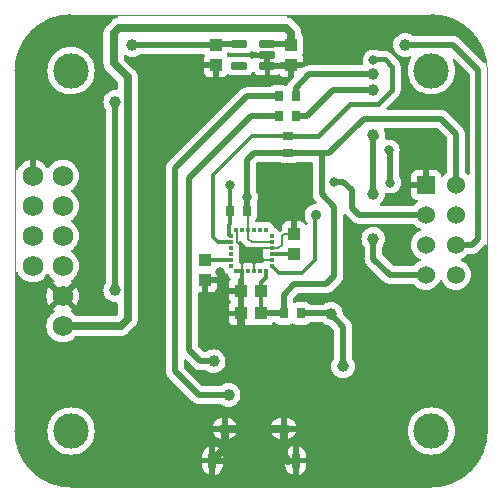
<source format=gbr>
%TF.GenerationSoftware,KiCad,Pcbnew,7.0.1*%
%TF.CreationDate,2023-08-30T02:16:58-03:00*%
%TF.ProjectId,PCB_FC_V2,5043425f-4643-45f5-9632-2e6b69636164,rev?*%
%TF.SameCoordinates,Original*%
%TF.FileFunction,Copper,L2,Bot*%
%TF.FilePolarity,Positive*%
%FSLAX46Y46*%
G04 Gerber Fmt 4.6, Leading zero omitted, Abs format (unit mm)*
G04 Created by KiCad (PCBNEW 7.0.1) date 2023-08-30 02:16:58*
%MOMM*%
%LPD*%
G01*
G04 APERTURE LIST*
G04 Aperture macros list*
%AMRoundRect*
0 Rectangle with rounded corners*
0 $1 Rounding radius*
0 $2 $3 $4 $5 $6 $7 $8 $9 X,Y pos of 4 corners*
0 Add a 4 corners polygon primitive as box body*
4,1,4,$2,$3,$4,$5,$6,$7,$8,$9,$2,$3,0*
0 Add four circle primitives for the rounded corners*
1,1,$1+$1,$2,$3*
1,1,$1+$1,$4,$5*
1,1,$1+$1,$6,$7*
1,1,$1+$1,$8,$9*
0 Add four rect primitives between the rounded corners*
20,1,$1+$1,$2,$3,$4,$5,0*
20,1,$1+$1,$4,$5,$6,$7,0*
20,1,$1+$1,$6,$7,$8,$9,0*
20,1,$1+$1,$8,$9,$2,$3,0*%
G04 Aperture macros list end*
%TA.AperFunction,ComponentPad*%
%ADD10O,1.100000X0.800000*%
%TD*%
%TA.AperFunction,ComponentPad*%
%ADD11O,1.200000X0.800000*%
%TD*%
%TA.AperFunction,ComponentPad*%
%ADD12O,0.750000X1.500000*%
%TD*%
%TA.AperFunction,ComponentPad*%
%ADD13C,1.750000*%
%TD*%
%TA.AperFunction,ComponentPad*%
%ADD14R,1.524000X1.524000*%
%TD*%
%TA.AperFunction,ComponentPad*%
%ADD15C,1.524000*%
%TD*%
%TA.AperFunction,ComponentPad*%
%ADD16C,2.999740*%
%TD*%
%TA.AperFunction,SMDPad,CuDef*%
%ADD17R,0.900000X0.650000*%
%TD*%
%TA.AperFunction,SMDPad,CuDef*%
%ADD18R,0.650000X0.900000*%
%TD*%
%TA.AperFunction,SMDPad,CuDef*%
%ADD19R,1.100000X1.000000*%
%TD*%
%TA.AperFunction,SMDPad,CuDef*%
%ADD20R,1.000000X1.100000*%
%TD*%
%TA.AperFunction,SMDPad,CuDef*%
%ADD21RoundRect,0.060000X-0.615000X0.240000X-0.615000X-0.240000X0.615000X-0.240000X0.615000X0.240000X0*%
%TD*%
%TA.AperFunction,SMDPad,CuDef*%
%ADD22R,0.350000X0.400000*%
%TD*%
%TA.AperFunction,SMDPad,CuDef*%
%ADD23R,0.400000X0.350000*%
%TD*%
%TA.AperFunction,ViaPad*%
%ADD24C,0.800000*%
%TD*%
%TA.AperFunction,ViaPad*%
%ADD25C,1.000000*%
%TD*%
%TA.AperFunction,ViaPad*%
%ADD26C,0.900000*%
%TD*%
%TA.AperFunction,Conductor*%
%ADD27C,0.200000*%
%TD*%
%TA.AperFunction,Conductor*%
%ADD28C,0.350000*%
%TD*%
%TA.AperFunction,Conductor*%
%ADD29C,0.700000*%
%TD*%
%TA.AperFunction,Conductor*%
%ADD30C,0.500000*%
%TD*%
%TA.AperFunction,Conductor*%
%ADD31C,0.400000*%
%TD*%
%TA.AperFunction,Profile*%
%ADD32C,0.100000*%
%TD*%
G04 APERTURE END LIST*
D10*
%TO.P,J6,S1,SHIELD*%
%TO.N,GND*%
X135000000Y-105658757D03*
D11*
%TO.P,J6,S2,SHIELD*%
X140000000Y-105658757D03*
D12*
%TO.P,J6,S3,SHIELD*%
X133975000Y-108358757D03*
%TO.P,J6,S6,SHIELD*%
X141025000Y-108358757D03*
%TD*%
D13*
%TO.P,J5,1,Pin_1*%
%TO.N,/S1_MOTOR*%
X121290000Y-84258757D03*
%TO.P,J5,2,Pin_2*%
%TO.N,/S2_MOTOR*%
X121290000Y-86798757D03*
%TO.P,J5,3,Pin_3*%
%TO.N,/S3_MOTOR*%
X121290000Y-89338757D03*
%TO.P,J5,4,Pin_4*%
%TO.N,/S4_MOTOR*%
X121290000Y-91878757D03*
%TO.P,J5,5,Pin_5*%
%TO.N,GND*%
X121290000Y-94418757D03*
%TO.P,J5,6,Pin_6*%
%TO.N,+5V*%
X121290000Y-96958757D03*
%TO.P,J5,GND*%
%TO.N,N/C*%
X118750000Y-84258757D03*
X118750000Y-86798757D03*
X118750000Y-89338757D03*
X118750000Y-91878757D03*
%TD*%
D14*
%TO.P,U5,1,GND*%
%TO.N,GND*%
X152050000Y-85018757D03*
D15*
%TO.P,U5,2,VCC*%
%TO.N,+3V3*%
X154590000Y-85018757D03*
%TO.P,U5,3,CE*%
%TO.N,/CE_NRF24L01*%
X152050000Y-87558757D03*
%TO.P,U5,4,CSK*%
%TO.N,/CSN_NRF24L01*%
X154590000Y-87558757D03*
%TO.P,U5,5,SCK*%
%TO.N,/SCK_NRF24L01*%
X152050000Y-90098757D03*
%TO.P,U5,6,MOSI*%
%TO.N,/MOSI_NRF24L01*%
X154590000Y-90098757D03*
%TO.P,U5,7,MISO*%
%TO.N,/MISO_NRF24L01*%
X152050000Y-92638757D03*
%TO.P,U5,8,IRQ*%
%TO.N,unconnected-(U5-IRQ-Pad8)*%
X154590000Y-92638757D03*
%TD*%
D16*
%TO.P,H4,1*%
%TO.N,N/C*%
X122000000Y-105858757D03*
%TD*%
%TO.P,H3,1*%
%TO.N,N/C*%
X152500000Y-105858757D03*
%TD*%
%TO.P,H2,1*%
%TO.N,N/C*%
X152500000Y-75358757D03*
%TD*%
%TO.P,H1,1*%
%TO.N,N/C*%
X122000000Y-75358757D03*
%TD*%
D17*
%TO.P,R5,1*%
%TO.N,+3V3*%
X140400000Y-82325000D03*
%TO.P,R5,2*%
%TO.N,/SCL*%
X140400000Y-80875000D03*
%TD*%
D18*
%TO.P,R10,1*%
%TO.N,/IO0*%
X141475000Y-95908757D03*
%TO.P,R10,2*%
%TO.N,+3V3*%
X140025000Y-95908757D03*
%TD*%
D19*
%TO.P,C10,1*%
%TO.N,+3V3*%
X138100000Y-95908757D03*
%TO.P,C10,2*%
%TO.N,GND*%
X136400000Y-95908757D03*
%TD*%
D18*
%TO.P,R7,1*%
%TO.N,/TXD0*%
X141025000Y-77518757D03*
%TO.P,R7,2*%
%TO.N,Net-(U4-RXD)*%
X139575000Y-77518757D03*
%TD*%
D19*
%TO.P,C9,1*%
%TO.N,+3V3*%
X138100000Y-93968757D03*
%TO.P,C9,2*%
%TO.N,GND*%
X136400000Y-93968757D03*
%TD*%
D20*
%TO.P,C7,1*%
%TO.N,GND*%
X133340000Y-93068757D03*
%TO.P,C7,2*%
%TO.N,Net-(U3-CPOUT)*%
X133340000Y-91368757D03*
%TD*%
D18*
%TO.P,R4,1*%
%TO.N,+3V3*%
X136925000Y-87200000D03*
%TO.P,R4,2*%
%TO.N,/SDA*%
X135475000Y-87200000D03*
%TD*%
D20*
%TO.P,C1,1*%
%TO.N,GND*%
X140650000Y-74858757D03*
%TO.P,C1,2*%
%TO.N,+5V*%
X140650000Y-73158757D03*
%TD*%
%TO.P,C3,1*%
%TO.N,GND*%
X134250000Y-74858757D03*
%TO.P,C3,2*%
%TO.N,+3V3*%
X134250000Y-73158757D03*
%TD*%
D21*
%TO.P,U2,1,VIN*%
%TO.N,+5V*%
X138635000Y-73058757D03*
%TO.P,U2,2,GND*%
%TO.N,GND*%
X138635000Y-74008757D03*
%TO.P,U2,3,EN*%
X138635000Y-74958757D03*
%TO.P,U2,4,NC*%
%TO.N,unconnected-(U2-NC-Pad4)*%
X136265000Y-74958757D03*
%TO.P,U2,5,VOUT*%
%TO.N,+3V3*%
X136265000Y-73058757D03*
%TD*%
D20*
%TO.P,C8,1*%
%TO.N,GND*%
X140850000Y-89158757D03*
%TO.P,C8,2*%
%TO.N,Net-(U3-REGOUT)*%
X140850000Y-90858757D03*
%TD*%
D22*
%TO.P,U3,1,CLKIN*%
%TO.N,GND*%
X136000000Y-88873757D03*
%TO.P,U3,2,RESV*%
%TO.N,unconnected-(U3-RESV-Pad2)*%
X136500000Y-88873757D03*
%TO.P,U3,3,VDD*%
%TO.N,+3V3*%
X137000000Y-88873757D03*
%TO.P,U3,4,RESV*%
%TO.N,unconnected-(U3-RESV-Pad4)*%
X137500000Y-88873757D03*
%TO.P,U3,5,RESV*%
%TO.N,unconnected-(U3-RESV-Pad5)*%
X138000000Y-88873757D03*
%TO.P,U3,6,ES_DA*%
%TO.N,unconnected-(U3-ES_DA-Pad6)*%
X138500000Y-88873757D03*
D23*
%TO.P,U3,7,ES_CL*%
%TO.N,unconnected-(U3-ES_CL-Pad7)*%
X138985000Y-89358757D03*
%TO.P,U3,8,VLOGIC*%
%TO.N,+3V3*%
X138985000Y-89858757D03*
%TO.P,U3,9,AD0*%
%TO.N,GND*%
X138985000Y-90358757D03*
%TO.P,U3,10,REGOUT*%
%TO.N,Net-(U3-REGOUT)*%
X138985000Y-90858757D03*
%TO.P,U3,11,FSYNC*%
%TO.N,GND*%
X138985000Y-91358757D03*
%TO.P,U3,12,INT*%
%TO.N,/INT*%
X138985000Y-91858757D03*
D22*
%TO.P,U3,13,VDD*%
%TO.N,+3V3*%
X138500000Y-92343757D03*
%TO.P,U3,14,RESV*%
%TO.N,unconnected-(U3-RESV-Pad14)*%
X138000000Y-92343757D03*
%TO.P,U3,15,GND*%
%TO.N,GND*%
X137500000Y-92343757D03*
%TO.P,U3,16,RESV*%
%TO.N,unconnected-(U3-RESV-Pad16)*%
X137000000Y-92343757D03*
%TO.P,U3,17,GND*%
%TO.N,GND*%
X136500000Y-92343757D03*
%TO.P,U3,18,GND*%
X136000000Y-92343757D03*
D23*
%TO.P,U3,19,RESV*%
%TO.N,unconnected-(U3-RESV-Pad19)*%
X135515000Y-91858757D03*
%TO.P,U3,20,CPOUT*%
%TO.N,Net-(U3-CPOUT)*%
X135515000Y-91358757D03*
%TO.P,U3,21,RESV*%
%TO.N,unconnected-(U3-RESV-Pad21)*%
X135515000Y-90858757D03*
%TO.P,U3,22,RESV*%
%TO.N,unconnected-(U3-RESV-Pad22)*%
X135515000Y-90358757D03*
%TO.P,U3,23,SCL*%
%TO.N,/SCL*%
X135515000Y-89858757D03*
%TO.P,U3,24,SDA*%
%TO.N,/SDA*%
X135515000Y-89358757D03*
%TD*%
D18*
%TO.P,R6,1*%
%TO.N,/RXD0*%
X141025000Y-79168757D03*
%TO.P,R6,2*%
%TO.N,Net-(U4-TXD)*%
X139575000Y-79168757D03*
%TD*%
D24*
%TO.N,GND*%
X152050000Y-81658757D03*
D25*
X121550000Y-72058757D03*
D24*
X147800000Y-71800000D03*
X134600000Y-92400000D03*
D25*
%TO.N,+3V3*%
X127200000Y-73200000D03*
D24*
X136920000Y-86060000D03*
D25*
%TO.N,/EN*%
X125750000Y-93958757D03*
X125750000Y-78000000D03*
%TO.N,/IO0*%
X144000000Y-95918757D03*
X145030000Y-100398757D03*
D24*
%TO.N,/SDA*%
X135480000Y-85040000D03*
%TO.N,/SCL*%
X147600000Y-74478257D03*
D25*
%TO.N,Net-(U4-TXD)*%
X134070000Y-99948757D03*
%TO.N,Net-(U4-RXD)*%
X135345000Y-102800000D03*
D24*
%TO.N,/CE_NRF24L01*%
X144280000Y-84750000D03*
D26*
%TO.N,/INT*%
X142725000Y-87575000D03*
D24*
%TO.N,/SCK_NRF24L01*%
X148917243Y-82082757D03*
X149050000Y-84830000D03*
D25*
%TO.N,/MISO_NRF24L01*%
X147600000Y-85770000D03*
X147600000Y-89600000D03*
X147600000Y-80820000D03*
%TO.N,/RXD0*%
X147600000Y-76950000D03*
%TO.N,/TXD0*%
X147600000Y-75659625D03*
%TO.N,/MOSI_NRF24L01*%
X150290000Y-73170000D03*
%TD*%
D27*
%TO.N,GND*%
X136015000Y-88888757D02*
X136000000Y-88873757D01*
D28*
X133635622Y-95704378D02*
X133340000Y-95408757D01*
X136500000Y-93028757D02*
X136400000Y-93128757D01*
X136400000Y-93968757D02*
X136400000Y-95908757D01*
D29*
X140000000Y-108018757D02*
X140340000Y-108358757D01*
X135000000Y-105658757D02*
X135000000Y-107333757D01*
X135000000Y-105658757D02*
X137470000Y-105658757D01*
X137470000Y-105658757D02*
X137470000Y-99978757D01*
X137470000Y-105658757D02*
X140000000Y-105658757D01*
D30*
X140340000Y-108358757D02*
X141025000Y-108358757D01*
X120750000Y-72058757D02*
X119504379Y-73304379D01*
D27*
X138985000Y-91358757D02*
X137540000Y-91358757D01*
X137500000Y-92343757D02*
X137500000Y-91398757D01*
D28*
X133840000Y-95908757D02*
X133635622Y-95704378D01*
D30*
X118750000Y-74058758D02*
X119504379Y-73304379D01*
D29*
X137470000Y-99978757D02*
X136400000Y-98908757D01*
D28*
X136000000Y-92343757D02*
X136500000Y-92343757D01*
D30*
X133975000Y-108358757D02*
X140340000Y-108358757D01*
X152050000Y-85018757D02*
X152050000Y-81658757D01*
D29*
X136400000Y-98908757D02*
X136400000Y-95908757D01*
D28*
X136400000Y-95908757D02*
X133840000Y-95908757D01*
D29*
X135000000Y-107333757D02*
X133975000Y-108358757D01*
D27*
X140021243Y-89158757D02*
X140850000Y-89158757D01*
X137540000Y-91358757D02*
X137500000Y-91398757D01*
D28*
X136500000Y-92343757D02*
X136500000Y-93028757D01*
D27*
X136015000Y-89883757D02*
X136015000Y-88888757D01*
D28*
X136400000Y-93128757D02*
X136400000Y-93968757D01*
D27*
X136490000Y-90358757D02*
X136500000Y-90368757D01*
X136490000Y-90358757D02*
X136015000Y-89883757D01*
D29*
X140000000Y-105658757D02*
X140000000Y-108018757D01*
D30*
X138635000Y-74958757D02*
X138635000Y-74008757D01*
D27*
X137500000Y-90368757D02*
X137490000Y-90358757D01*
D30*
X121550000Y-72058757D02*
X120750000Y-72058757D01*
D27*
X137490000Y-90358757D02*
X136490000Y-90358757D01*
X137500000Y-91398757D02*
X137500000Y-90368757D01*
X138985000Y-90358757D02*
X139561243Y-90358757D01*
D30*
X140550000Y-74958757D02*
X140650000Y-74858757D01*
D27*
X138985000Y-90358757D02*
X137490000Y-90358757D01*
D30*
X118750000Y-84258757D02*
X118750000Y-74058758D01*
D27*
X139840000Y-90080000D02*
X139840000Y-89340000D01*
D28*
X133340000Y-95408757D02*
X133340000Y-93068757D01*
D27*
X139561243Y-90358757D02*
X139840000Y-90080000D01*
D30*
X138635000Y-74958757D02*
X140550000Y-74958757D01*
D27*
X139840000Y-89340000D02*
X140021243Y-89158757D01*
D30*
X119504379Y-73304379D02*
X119210000Y-73598757D01*
D27*
X136500000Y-90368757D02*
X136500000Y-92343757D01*
D28*
X133340000Y-93068757D02*
X133340000Y-95146617D01*
D29*
%TO.N,+5V*%
X126800000Y-75923832D02*
X125600000Y-74723832D01*
X140650000Y-72128757D02*
X140650000Y-73158757D01*
D30*
X140550000Y-73058757D02*
X140650000Y-73158757D01*
D29*
X140220000Y-71698757D02*
X140650000Y-72128757D01*
X125600000Y-72200000D02*
X126101243Y-71698757D01*
X126200000Y-96958757D02*
X126800000Y-96358757D01*
D30*
X139720000Y-73058757D02*
X140550000Y-73058757D01*
X138635000Y-73058757D02*
X139720000Y-73058757D01*
D29*
X126800000Y-96358757D02*
X126800000Y-75923832D01*
X125600000Y-74723832D02*
X125600000Y-72200000D01*
X121290000Y-96958757D02*
X126200000Y-96958757D01*
X126101243Y-71698757D02*
X140220000Y-71698757D01*
D30*
%TO.N,+3V3*%
X138150000Y-95858757D02*
X138100000Y-95908757D01*
X144280000Y-92758757D02*
X144280000Y-86858757D01*
X143221243Y-82346243D02*
X143242486Y-82325000D01*
D27*
X137290000Y-89858757D02*
X137000000Y-89568757D01*
D30*
X140025000Y-95908757D02*
X138100000Y-95908757D01*
X144280000Y-86858757D02*
X143221243Y-85800000D01*
X140910000Y-93418757D02*
X143620000Y-93418757D01*
X143242486Y-82325000D02*
X143875000Y-82325000D01*
D27*
X138985000Y-89858757D02*
X137290000Y-89858757D01*
D30*
X127241243Y-73158757D02*
X134250000Y-73158757D01*
X127200000Y-73200000D02*
X127241243Y-73158757D01*
X136920000Y-86060000D02*
X136920000Y-87195000D01*
X140025000Y-95908757D02*
X140025000Y-94303757D01*
D27*
X137000000Y-88873757D02*
X137000000Y-87275000D01*
X137000000Y-87275000D02*
X136925000Y-87200000D01*
D30*
X136920000Y-86060000D02*
X136920000Y-82880000D01*
D27*
X137000000Y-89568757D02*
X137000000Y-88873757D01*
D30*
X136265000Y-73058757D02*
X134350000Y-73058757D01*
D28*
X138500000Y-92868757D02*
X138100000Y-93268757D01*
D30*
X143620000Y-93418757D02*
X144280000Y-92758757D01*
X140400000Y-82325000D02*
X143875000Y-82325000D01*
D28*
X138100000Y-93268757D02*
X138100000Y-93968757D01*
D30*
X154590000Y-85018757D02*
X154590000Y-81618757D01*
X136920000Y-82880000D02*
X137475000Y-82325000D01*
D28*
X138500000Y-92343757D02*
X138500000Y-92868757D01*
D30*
X143875000Y-82325000D02*
X144300000Y-81900000D01*
D28*
X138100000Y-93968757D02*
X138100000Y-95908757D01*
D30*
X137000000Y-87125000D02*
X136925000Y-87200000D01*
X146780000Y-79420000D02*
X153311243Y-79420000D01*
X154590000Y-80698757D02*
X154590000Y-81618757D01*
X137475000Y-82325000D02*
X140400000Y-82325000D01*
X153311243Y-79420000D02*
X154590000Y-80698757D01*
X143221243Y-85800000D02*
X143221243Y-82346243D01*
X140025000Y-94303757D02*
X140910000Y-93418757D01*
X134350000Y-73058757D02*
X134250000Y-73158757D01*
X136920000Y-87195000D02*
X136925000Y-87200000D01*
X144300000Y-81900000D02*
X146780000Y-79420000D01*
D28*
%TO.N,Net-(U3-CPOUT)*%
X135515000Y-91358757D02*
X133350000Y-91358757D01*
D27*
X133350000Y-91358757D02*
X133340000Y-91368757D01*
D28*
%TO.N,Net-(U3-REGOUT)*%
X140850000Y-90858757D02*
X138985000Y-90858757D01*
D30*
%TO.N,/EN*%
X125750000Y-78000000D02*
X125750000Y-93958757D01*
%TO.N,/IO0*%
X145030000Y-100398757D02*
X145030000Y-97018757D01*
X145030000Y-97018757D02*
X143920000Y-95908757D01*
X143920000Y-95908757D02*
X141475000Y-95908757D01*
D28*
%TO.N,/SDA*%
X135400000Y-89243757D02*
X135400000Y-88400000D01*
X135400000Y-88400000D02*
X135475000Y-88325000D01*
X135475000Y-88325000D02*
X135475000Y-87200000D01*
X135475000Y-87200000D02*
X135475000Y-85045000D01*
X135475000Y-85045000D02*
X135480000Y-85040000D01*
D31*
X135537500Y-85042500D02*
X135475000Y-85105000D01*
D28*
X135515000Y-89358757D02*
X135400000Y-89243757D01*
D31*
%TO.N,/SCL*%
X149200000Y-75000000D02*
X148600000Y-74400000D01*
X148600000Y-74400000D02*
X147678257Y-74400000D01*
D28*
X134000000Y-89400000D02*
X134000000Y-84200000D01*
D31*
X142925000Y-80875000D02*
X145600000Y-78200000D01*
D28*
X134458757Y-89858757D02*
X134000000Y-89400000D01*
D31*
X140400000Y-80875000D02*
X142925000Y-80875000D01*
D28*
X137325000Y-80875000D02*
X140400000Y-80875000D01*
D31*
X149200000Y-77000000D02*
X149200000Y-75000000D01*
D28*
X135515000Y-89858757D02*
X134458757Y-89858757D01*
D31*
X145600000Y-78200000D02*
X148000000Y-78200000D01*
X148000000Y-78200000D02*
X149200000Y-77000000D01*
D28*
X134000000Y-84200000D02*
X137325000Y-80875000D01*
D31*
X147678257Y-74400000D02*
X147600000Y-74478257D01*
D30*
%TO.N,Net-(U4-TXD)*%
X134070000Y-99948757D02*
X132948757Y-99948757D01*
X132948757Y-99948757D02*
X132000000Y-99000000D01*
X132000000Y-84400000D02*
X137231243Y-79168757D01*
X137231243Y-79168757D02*
X139575000Y-79168757D01*
X132000000Y-99000000D02*
X132000000Y-84400000D01*
%TO.N,Net-(U4-RXD)*%
X130800000Y-100800000D02*
X130800000Y-83600000D01*
X132800000Y-102800000D02*
X130800000Y-100800000D01*
X135345000Y-102800000D02*
X132800000Y-102800000D01*
X136881243Y-77518757D02*
X139575000Y-77518757D01*
X130800000Y-83600000D02*
X136881243Y-77518757D01*
%TO.N,/CE_NRF24L01*%
X145750000Y-85458757D02*
X145750000Y-86958757D01*
X144280000Y-84750000D02*
X145041243Y-84750000D01*
X145041243Y-84750000D02*
X145750000Y-85458757D01*
X146350000Y-87558757D02*
X152050000Y-87558757D01*
X145750000Y-86958757D02*
X146350000Y-87558757D01*
D28*
%TO.N,/INT*%
X141575000Y-92480000D02*
X139600000Y-92480000D01*
X138985000Y-91865000D02*
X138985000Y-91858757D01*
X142700000Y-91355000D02*
X141575000Y-92480000D01*
X142725000Y-87575000D02*
X142700000Y-87600000D01*
X142700000Y-87600000D02*
X142700000Y-91355000D01*
X139600000Y-92480000D02*
X138985000Y-91865000D01*
D30*
%TO.N,/SCK_NRF24L01*%
X148917243Y-82082757D02*
X149050000Y-82215514D01*
X149050000Y-82215514D02*
X149050000Y-84830000D01*
%TO.N,/MISO_NRF24L01*%
X147600000Y-85770000D02*
X147600000Y-80820000D01*
X148968757Y-92638757D02*
X152050000Y-92638757D01*
X147850000Y-80950000D02*
X147840000Y-80960000D01*
X147600000Y-91270000D02*
X148968757Y-92638757D01*
X147600000Y-89600000D02*
X147600000Y-91270000D01*
%TO.N,/RXD0*%
X142005622Y-79168757D02*
X141025000Y-79168757D01*
X144224379Y-76950000D02*
X142005622Y-79168757D01*
X147600000Y-76950000D02*
X144224379Y-76950000D01*
%TO.N,/TXD0*%
X142169132Y-75659625D02*
X141025000Y-76803757D01*
X147600000Y-75659625D02*
X142169132Y-75659625D01*
X141025000Y-76803757D02*
X141025000Y-77518757D01*
%TO.N,/MOSI_NRF24L01*%
X154370000Y-73160000D02*
X156490000Y-75280000D01*
X150290000Y-73170000D02*
X150300000Y-73160000D01*
X156490000Y-89570000D02*
X155961243Y-90098757D01*
X150300000Y-73160000D02*
X154370000Y-73160000D01*
X155961243Y-90098757D02*
X154590000Y-90098757D01*
X156490000Y-75280000D02*
X156490000Y-89570000D01*
%TD*%
%TA.AperFunction,Conductor*%
%TO.N,GND*%
G36*
X152546594Y-70611291D02*
G01*
X152687675Y-70617450D01*
X152915812Y-70628021D01*
X152926227Y-70628946D01*
X153125595Y-70655193D01*
X153125925Y-70655238D01*
X153338875Y-70684943D01*
X153348515Y-70686681D01*
X153549265Y-70731187D01*
X153550434Y-70731454D01*
X153755043Y-70779577D01*
X153763885Y-70782007D01*
X153961722Y-70844384D01*
X153963637Y-70845007D01*
X154161035Y-70911168D01*
X154169029Y-70914159D01*
X154361564Y-70993909D01*
X154364044Y-70994970D01*
X154553574Y-71078655D01*
X154560688Y-71082073D01*
X154746034Y-71178558D01*
X154749072Y-71180195D01*
X154929437Y-71280657D01*
X154935682Y-71284380D01*
X155112229Y-71396852D01*
X155115640Y-71399106D01*
X155285698Y-71515597D01*
X155291079Y-71519501D01*
X155457287Y-71647036D01*
X155460970Y-71649976D01*
X155619409Y-71781540D01*
X155623958Y-71785509D01*
X155778063Y-71926719D01*
X155778477Y-71927098D01*
X155782380Y-71930834D01*
X155927949Y-72076402D01*
X155931673Y-72080293D01*
X156073255Y-72234802D01*
X156077230Y-72239357D01*
X156208772Y-72397765D01*
X156211750Y-72401496D01*
X156255965Y-72459117D01*
X156339278Y-72567691D01*
X156343180Y-72573070D01*
X156369480Y-72611463D01*
X156459655Y-72743102D01*
X156461935Y-72746553D01*
X156574375Y-72923046D01*
X156578124Y-72929332D01*
X156678568Y-73109660D01*
X156680228Y-73112742D01*
X156776697Y-73298054D01*
X156780142Y-73305224D01*
X156801360Y-73353276D01*
X156863795Y-73494676D01*
X156864900Y-73497259D01*
X156944611Y-73689698D01*
X156947622Y-73697744D01*
X157013750Y-73895038D01*
X157014439Y-73897157D01*
X157076769Y-74094839D01*
X157079214Y-74103736D01*
X157127309Y-74308213D01*
X157127663Y-74309765D01*
X157172100Y-74510200D01*
X157173851Y-74519907D01*
X157184757Y-74598085D01*
X157177982Y-74658940D01*
X157142913Y-74709134D01*
X157088101Y-74736427D01*
X157026911Y-74734165D01*
X156974265Y-74702898D01*
X155970867Y-73699500D01*
X154945728Y-72674360D01*
X154933946Y-72660727D01*
X154919609Y-72641469D01*
X154881666Y-72609631D01*
X154873691Y-72602323D01*
X154869782Y-72598414D01*
X154869777Y-72598409D01*
X154845423Y-72579152D01*
X154842647Y-72576890D01*
X154784251Y-72527890D01*
X154767821Y-72517422D01*
X154698691Y-72485186D01*
X154695447Y-72483615D01*
X154627306Y-72449394D01*
X154608903Y-72442997D01*
X154534211Y-72427574D01*
X154530692Y-72426794D01*
X154456490Y-72409208D01*
X154437121Y-72407229D01*
X154360869Y-72409448D01*
X154357263Y-72409500D01*
X150984793Y-72409500D01*
X150943019Y-72402251D01*
X150906128Y-72381353D01*
X150848537Y-72334089D01*
X150674726Y-72241185D01*
X150486133Y-72183976D01*
X150290000Y-72164659D01*
X150093866Y-72183976D01*
X149905273Y-72241185D01*
X149731463Y-72334089D01*
X149579117Y-72459117D01*
X149454089Y-72611463D01*
X149361185Y-72785273D01*
X149303976Y-72973866D01*
X149284659Y-73170000D01*
X149303976Y-73366133D01*
X149361185Y-73554726D01*
X149394532Y-73617113D01*
X149454090Y-73728538D01*
X149579117Y-73880883D01*
X149731462Y-74005910D01*
X149905273Y-74098814D01*
X150093868Y-74156024D01*
X150290000Y-74175341D01*
X150486132Y-74156024D01*
X150665171Y-74101712D01*
X150723179Y-74098343D01*
X150776356Y-74121773D01*
X150813020Y-74166856D01*
X150825119Y-74223692D01*
X150809995Y-74279800D01*
X150683464Y-74511525D01*
X150675751Y-74525650D01*
X150648734Y-74598085D01*
X150575754Y-74793752D01*
X150514933Y-75073346D01*
X150494519Y-75358757D01*
X150514933Y-75644167D01*
X150575754Y-75923761D01*
X150575756Y-75923766D01*
X150675751Y-76191864D01*
X150737426Y-76304812D01*
X150812883Y-76443002D01*
X150931270Y-76601148D01*
X150984359Y-76672067D01*
X151186690Y-76874398D01*
X151201812Y-76885718D01*
X151415754Y-77045873D01*
X151415756Y-77045874D01*
X151666893Y-77183006D01*
X151934991Y-77283001D01*
X151934994Y-77283001D01*
X151934995Y-77283002D01*
X151963106Y-77289117D01*
X152214590Y-77343824D01*
X152500000Y-77364237D01*
X152785410Y-77343824D01*
X153065009Y-77283001D01*
X153333107Y-77183006D01*
X153584244Y-77045874D01*
X153813310Y-76874398D01*
X154015641Y-76672067D01*
X154187117Y-76443001D01*
X154324249Y-76191864D01*
X154424244Y-75923766D01*
X154485067Y-75644167D01*
X154505480Y-75358757D01*
X154485067Y-75073347D01*
X154424244Y-74793748D01*
X154324249Y-74525650D01*
X154316533Y-74511520D01*
X154301402Y-74455049D01*
X154313830Y-74397916D01*
X154351056Y-74352830D01*
X154404804Y-74329814D01*
X154463123Y-74333985D01*
X154513048Y-74364416D01*
X155703181Y-75554549D01*
X155730061Y-75594777D01*
X155739500Y-75642230D01*
X155739500Y-84083449D01*
X155725985Y-84139744D01*
X155688385Y-84183767D01*
X155634898Y-84205922D01*
X155577182Y-84201380D01*
X155527819Y-84171130D01*
X155404621Y-84047932D01*
X155404620Y-84047931D01*
X155393376Y-84040058D01*
X155354511Y-83995741D01*
X155340500Y-83938484D01*
X155340500Y-80762463D01*
X155341809Y-80744493D01*
X155342338Y-80740875D01*
X155345289Y-80720734D01*
X155340971Y-80671390D01*
X155340500Y-80660584D01*
X155340500Y-80655048D01*
X155339905Y-80649961D01*
X155336897Y-80624228D01*
X155336534Y-80620672D01*
X155329888Y-80544699D01*
X155325673Y-80525687D01*
X155299577Y-80453991D01*
X155298414Y-80450647D01*
X155274813Y-80379422D01*
X155274810Y-80379417D01*
X155274411Y-80378213D01*
X155265930Y-80360695D01*
X155265238Y-80359643D01*
X155265237Y-80359640D01*
X155223981Y-80296914D01*
X155222098Y-80293958D01*
X155182711Y-80230101D01*
X155182709Y-80230099D01*
X155182046Y-80229024D01*
X155169748Y-80213927D01*
X155114273Y-80161589D01*
X155111686Y-80159076D01*
X153886971Y-78934360D01*
X153875189Y-78920727D01*
X153860852Y-78901469D01*
X153822909Y-78869631D01*
X153814934Y-78862323D01*
X153811025Y-78858414D01*
X153811020Y-78858409D01*
X153786666Y-78839152D01*
X153783890Y-78836890D01*
X153725494Y-78787890D01*
X153709064Y-78777422D01*
X153639934Y-78745186D01*
X153636690Y-78743615D01*
X153568549Y-78709394D01*
X153550146Y-78702997D01*
X153475454Y-78687574D01*
X153471935Y-78686794D01*
X153397733Y-78669208D01*
X153378364Y-78667229D01*
X153302112Y-78669448D01*
X153298506Y-78669500D01*
X148820519Y-78669500D01*
X148764224Y-78655985D01*
X148720201Y-78618385D01*
X148698046Y-78564898D01*
X148702588Y-78507182D01*
X148732838Y-78457819D01*
X148921400Y-78269257D01*
X149677731Y-77512924D01*
X149683151Y-77507822D01*
X149728183Y-77467929D01*
X149762358Y-77418416D01*
X149766779Y-77412407D01*
X149803877Y-77365057D01*
X149808033Y-77355820D01*
X149819058Y-77336273D01*
X149824818Y-77327930D01*
X149846154Y-77271668D01*
X149849014Y-77264766D01*
X149873694Y-77209932D01*
X149875519Y-77199971D01*
X149881545Y-77178348D01*
X149885140Y-77168872D01*
X149892389Y-77109165D01*
X149893516Y-77101762D01*
X149904357Y-77042606D01*
X149900726Y-76982577D01*
X149900500Y-76975090D01*
X149900500Y-75024910D01*
X149900726Y-75017423D01*
X149902724Y-74984388D01*
X149904357Y-74957394D01*
X149893509Y-74898201D01*
X149892392Y-74890856D01*
X149885140Y-74831128D01*
X149881546Y-74821652D01*
X149875520Y-74800036D01*
X149873694Y-74790068D01*
X149848997Y-74735195D01*
X149846155Y-74728334D01*
X149824818Y-74672070D01*
X149819058Y-74663726D01*
X149808039Y-74644190D01*
X149803878Y-74634943D01*
X149775002Y-74598085D01*
X149766785Y-74587596D01*
X149762354Y-74581577D01*
X149728183Y-74532071D01*
X149683153Y-74492178D01*
X149677715Y-74487058D01*
X149112940Y-73922283D01*
X149107822Y-73916847D01*
X149067929Y-73871817D01*
X149018432Y-73837651D01*
X149012405Y-73833216D01*
X148965054Y-73796120D01*
X148955813Y-73791961D01*
X148936273Y-73780941D01*
X148927930Y-73775182D01*
X148927927Y-73775181D01*
X148927926Y-73775180D01*
X148871701Y-73753856D01*
X148864783Y-73750991D01*
X148809929Y-73726303D01*
X148799952Y-73724475D01*
X148778339Y-73718450D01*
X148768873Y-73714860D01*
X148709172Y-73707610D01*
X148701771Y-73706483D01*
X148642607Y-73695641D01*
X148582566Y-73699274D01*
X148575079Y-73699500D01*
X148091202Y-73699500D01*
X148040766Y-73688779D01*
X147879802Y-73617112D01*
X147694648Y-73577757D01*
X147694646Y-73577757D01*
X147505354Y-73577757D01*
X147505352Y-73577757D01*
X147320197Y-73617112D01*
X147147269Y-73694105D01*
X146994129Y-73805367D01*
X146867466Y-73946040D01*
X146772820Y-74109972D01*
X146714326Y-74289999D01*
X146694540Y-74478257D01*
X146714326Y-74666514D01*
X146740415Y-74746807D01*
X146744957Y-74804523D01*
X146722802Y-74858011D01*
X146678779Y-74895610D01*
X146622484Y-74909125D01*
X142232838Y-74909125D01*
X142214868Y-74907816D01*
X142200985Y-74905782D01*
X142191109Y-74904336D01*
X142191108Y-74904336D01*
X142141763Y-74908653D01*
X142130956Y-74909125D01*
X142125423Y-74909125D01*
X142094633Y-74912723D01*
X142091049Y-74913089D01*
X142015093Y-74919734D01*
X141996053Y-74923955D01*
X141924364Y-74950046D01*
X141920963Y-74951228D01*
X141848611Y-74975204D01*
X141831057Y-74983702D01*
X141767360Y-75025595D01*
X141764322Y-75027530D01*
X141699413Y-75067568D01*
X141682093Y-75081677D01*
X141671955Y-75088347D01*
X141639373Y-75103545D01*
X141603801Y-75108757D01*
X140900000Y-75108757D01*
X140900000Y-75816026D01*
X140890561Y-75863479D01*
X140863681Y-75903707D01*
X140539358Y-76228029D01*
X140525727Y-76239810D01*
X140506467Y-76254149D01*
X140474633Y-76292086D01*
X140467341Y-76300046D01*
X140463408Y-76303979D01*
X140444176Y-76328302D01*
X140441902Y-76331094D01*
X140392894Y-76389501D01*
X140382418Y-76405944D01*
X140350192Y-76475051D01*
X140348622Y-76478293D01*
X140308457Y-76558271D01*
X140306700Y-76557388D01*
X140281917Y-76601148D01*
X140220936Y-76633712D01*
X140151997Y-76628567D01*
X140142333Y-76624962D01*
X140142331Y-76624961D01*
X140007483Y-76574666D01*
X139947873Y-76568257D01*
X139947869Y-76568257D01*
X139202130Y-76568257D01*
X139142515Y-76574666D01*
X139007669Y-76624961D01*
X138944744Y-76672067D01*
X138892454Y-76711211D01*
X138886946Y-76718568D01*
X138843185Y-76755141D01*
X138787680Y-76768257D01*
X136944949Y-76768257D01*
X136926979Y-76766948D01*
X136913096Y-76764914D01*
X136903220Y-76763468D01*
X136903219Y-76763468D01*
X136853877Y-76767785D01*
X136843070Y-76768257D01*
X136837534Y-76768257D01*
X136806726Y-76771857D01*
X136803143Y-76772223D01*
X136727193Y-76778868D01*
X136708165Y-76783086D01*
X136636513Y-76809164D01*
X136633112Y-76810346D01*
X136560723Y-76834335D01*
X136543170Y-76842833D01*
X136479479Y-76884722D01*
X136476439Y-76886659D01*
X136411523Y-76926700D01*
X136396408Y-76939012D01*
X136344091Y-76994465D01*
X136341579Y-76997051D01*
X130314358Y-83024272D01*
X130300727Y-83036053D01*
X130281467Y-83050392D01*
X130249633Y-83088329D01*
X130242341Y-83096289D01*
X130238408Y-83100222D01*
X130219176Y-83124545D01*
X130216902Y-83127337D01*
X130167894Y-83185744D01*
X130157418Y-83202187D01*
X130125192Y-83271294D01*
X130123622Y-83274536D01*
X130089393Y-83342692D01*
X130082996Y-83361098D01*
X130067573Y-83435788D01*
X130066793Y-83439305D01*
X130049208Y-83513505D01*
X130047229Y-83532878D01*
X130049448Y-83609131D01*
X130049500Y-83612737D01*
X130049500Y-100736294D01*
X130048191Y-100754264D01*
X130044711Y-100778023D01*
X130049028Y-100827369D01*
X130049500Y-100838176D01*
X130049500Y-100843708D01*
X130053098Y-100874496D01*
X130053464Y-100878081D01*
X130060110Y-100954041D01*
X130064329Y-100973071D01*
X130064758Y-100974251D01*
X130064759Y-100974255D01*
X130090413Y-101044742D01*
X130091582Y-101048107D01*
X130115580Y-101120524D01*
X130124075Y-101138072D01*
X130165979Y-101201784D01*
X130167889Y-101204782D01*
X130207288Y-101268656D01*
X130207952Y-101269732D01*
X130220253Y-101284830D01*
X130221168Y-101285693D01*
X130221170Y-101285696D01*
X130265555Y-101327571D01*
X130275709Y-101337151D01*
X130278296Y-101339664D01*
X132224267Y-103285634D01*
X132236048Y-103299266D01*
X132250390Y-103318530D01*
X132288355Y-103350386D01*
X132296317Y-103357684D01*
X132300224Y-103361591D01*
X132324542Y-103380819D01*
X132327298Y-103383063D01*
X132384786Y-103431302D01*
X132384788Y-103431303D01*
X132385757Y-103432116D01*
X132402179Y-103442578D01*
X132471320Y-103474819D01*
X132474567Y-103476391D01*
X132542700Y-103510609D01*
X132561088Y-103517000D01*
X132562322Y-103517254D01*
X132562327Y-103517257D01*
X132635829Y-103532432D01*
X132639307Y-103533204D01*
X132686866Y-103544476D01*
X132713502Y-103550790D01*
X132732876Y-103552769D01*
X132734140Y-103552732D01*
X132734144Y-103552733D01*
X132809110Y-103550552D01*
X132812716Y-103550500D01*
X134638022Y-103550500D01*
X134679796Y-103557749D01*
X134716687Y-103578647D01*
X134786462Y-103635910D01*
X134960273Y-103728814D01*
X135148868Y-103786024D01*
X135345000Y-103805341D01*
X135541132Y-103786024D01*
X135729727Y-103728814D01*
X135903538Y-103635910D01*
X136055883Y-103510883D01*
X136180910Y-103358538D01*
X136273814Y-103184727D01*
X136331024Y-102996132D01*
X136350341Y-102800000D01*
X136331024Y-102603868D01*
X136273814Y-102415273D01*
X136180910Y-102241462D01*
X136055883Y-102089117D01*
X135903538Y-101964090D01*
X135881091Y-101952091D01*
X135729726Y-101871185D01*
X135541133Y-101813976D01*
X135443065Y-101804317D01*
X135345000Y-101794659D01*
X135344999Y-101794659D01*
X135148866Y-101813976D01*
X134960273Y-101871185D01*
X134786462Y-101964089D01*
X134716687Y-102021353D01*
X134679796Y-102042251D01*
X134638022Y-102049500D01*
X133162230Y-102049500D01*
X133114777Y-102040061D01*
X133074549Y-102013181D01*
X131586819Y-100525451D01*
X131559939Y-100485223D01*
X131550500Y-100437770D01*
X131550500Y-99911230D01*
X131564015Y-99854935D01*
X131601615Y-99810912D01*
X131655102Y-99788757D01*
X131712818Y-99793299D01*
X131762181Y-99823549D01*
X132373026Y-100434394D01*
X132384808Y-100448027D01*
X132399146Y-100467286D01*
X132437094Y-100499129D01*
X132445068Y-100506437D01*
X132448978Y-100510347D01*
X132473294Y-100529573D01*
X132476093Y-100531853D01*
X132534509Y-100580870D01*
X132550936Y-100591335D01*
X132620077Y-100623576D01*
X132623324Y-100625148D01*
X132691456Y-100659366D01*
X132709844Y-100665757D01*
X132711080Y-100666012D01*
X132711084Y-100666014D01*
X132784652Y-100681204D01*
X132787999Y-100681946D01*
X132861036Y-100699257D01*
X132861038Y-100699257D01*
X132862266Y-100699548D01*
X132881635Y-100701527D01*
X132882897Y-100701490D01*
X132882901Y-100701491D01*
X132955290Y-100699384D01*
X132957888Y-100699309D01*
X132961494Y-100699257D01*
X133363022Y-100699257D01*
X133404796Y-100706506D01*
X133441687Y-100727404D01*
X133463529Y-100745329D01*
X133511462Y-100784667D01*
X133685273Y-100877571D01*
X133873868Y-100934781D01*
X134070000Y-100954098D01*
X134266132Y-100934781D01*
X134454727Y-100877571D01*
X134628538Y-100784667D01*
X134780883Y-100659640D01*
X134905910Y-100507295D01*
X134998814Y-100333484D01*
X135056024Y-100144889D01*
X135075341Y-99948757D01*
X135056024Y-99752625D01*
X134998814Y-99564030D01*
X134905910Y-99390219D01*
X134780883Y-99237874D01*
X134628538Y-99112847D01*
X134606091Y-99100848D01*
X134454726Y-99019942D01*
X134266133Y-98962733D01*
X134070000Y-98943416D01*
X133873866Y-98962733D01*
X133685273Y-99019942D01*
X133511462Y-99112846D01*
X133441687Y-99170110D01*
X133404796Y-99191008D01*
X133363022Y-99198257D01*
X133310987Y-99198257D01*
X133263534Y-99188818D01*
X133223306Y-99161938D01*
X132786819Y-98725451D01*
X132759939Y-98685223D01*
X132750500Y-98637770D01*
X132750500Y-96158757D01*
X135350000Y-96158757D01*
X135350000Y-96456581D01*
X135356402Y-96516132D01*
X135406647Y-96650846D01*
X135492811Y-96765945D01*
X135607910Y-96852109D01*
X135742624Y-96902354D01*
X135802176Y-96908757D01*
X136150000Y-96908757D01*
X136150000Y-96158757D01*
X135350000Y-96158757D01*
X132750500Y-96158757D01*
X132750500Y-94242757D01*
X132756931Y-94218757D01*
X135350000Y-94218757D01*
X135350000Y-94516581D01*
X135356402Y-94576132D01*
X135406647Y-94710846D01*
X135492811Y-94825947D01*
X135510904Y-94839491D01*
X135547476Y-94883253D01*
X135560592Y-94938757D01*
X135547476Y-94994261D01*
X135510904Y-95038023D01*
X135492811Y-95051566D01*
X135406647Y-95166667D01*
X135356402Y-95301381D01*
X135350000Y-95360933D01*
X135350000Y-95658757D01*
X136150000Y-95658757D01*
X136150000Y-94218757D01*
X135350000Y-94218757D01*
X132756931Y-94218757D01*
X132767113Y-94180757D01*
X132812500Y-94135370D01*
X132874500Y-94118757D01*
X133090000Y-94118757D01*
X133090000Y-93318757D01*
X133590000Y-93318757D01*
X133590000Y-94118757D01*
X133887824Y-94118757D01*
X133947375Y-94112354D01*
X134082089Y-94062109D01*
X134197188Y-93975945D01*
X134283352Y-93860846D01*
X134333597Y-93726132D01*
X134340000Y-93666581D01*
X134340000Y-93318757D01*
X133590000Y-93318757D01*
X133090000Y-93318757D01*
X133090000Y-92942757D01*
X133106613Y-92880757D01*
X133152000Y-92835370D01*
X133214000Y-92818757D01*
X134340000Y-92818757D01*
X134340000Y-92470933D01*
X134333597Y-92411381D01*
X134278182Y-92262806D01*
X134270364Y-92219472D01*
X134278182Y-92176138D01*
X134283794Y-92161089D01*
X134283796Y-92161088D01*
X134301015Y-92114921D01*
X134327453Y-92072687D01*
X134368383Y-92044269D01*
X134417196Y-92034257D01*
X134698024Y-92034257D01*
X134756153Y-92048726D01*
X134800716Y-92088756D01*
X134814696Y-92126934D01*
X134815466Y-92126647D01*
X134820909Y-92141240D01*
X134871204Y-92276088D01*
X134957454Y-92391303D01*
X135072669Y-92477553D01*
X135207517Y-92527848D01*
X135220087Y-92529199D01*
X135272625Y-92547383D01*
X135311939Y-92586695D01*
X135330123Y-92639234D01*
X135331402Y-92651132D01*
X135381647Y-92785846D01*
X135467811Y-92900946D01*
X135488384Y-92916347D01*
X135524956Y-92960108D01*
X135538073Y-93015610D01*
X135524960Y-93071113D01*
X135503240Y-93097105D01*
X135503495Y-93097296D01*
X135406647Y-93226667D01*
X135356402Y-93361381D01*
X135350000Y-93420933D01*
X135350000Y-93718757D01*
X136150000Y-93718757D01*
X136150000Y-93052757D01*
X136166613Y-92990757D01*
X136212000Y-92945370D01*
X136274000Y-92928757D01*
X136324999Y-92928757D01*
X136325709Y-92928047D01*
X136375634Y-92897615D01*
X136433954Y-92893444D01*
X136487699Y-92916459D01*
X136582669Y-92987553D01*
X136582671Y-92987553D01*
X136596942Y-92998237D01*
X136596113Y-92999343D01*
X136611576Y-93009024D01*
X136639990Y-93049953D01*
X136650000Y-93098761D01*
X136650000Y-96908757D01*
X136997824Y-96908757D01*
X137057375Y-96902354D01*
X137205951Y-96846939D01*
X137249285Y-96839121D01*
X137292619Y-96846939D01*
X137307667Y-96852551D01*
X137307669Y-96852553D01*
X137442517Y-96902848D01*
X137502127Y-96909257D01*
X138697872Y-96909256D01*
X138757483Y-96902848D01*
X138892331Y-96852553D01*
X139007546Y-96766303D01*
X139016257Y-96754667D01*
X139050485Y-96708946D01*
X139094247Y-96672373D01*
X139149751Y-96659257D01*
X139237680Y-96659257D01*
X139293185Y-96672373D01*
X139336946Y-96708945D01*
X139342454Y-96716303D01*
X139457669Y-96802553D01*
X139592517Y-96852848D01*
X139652127Y-96859257D01*
X140397872Y-96859256D01*
X140457483Y-96852848D01*
X140592331Y-96802553D01*
X140675689Y-96740150D01*
X140723642Y-96718251D01*
X140776358Y-96718251D01*
X140824311Y-96740151D01*
X140904019Y-96799821D01*
X140907669Y-96802553D01*
X141042517Y-96852848D01*
X141102127Y-96859257D01*
X141847872Y-96859256D01*
X141907483Y-96852848D01*
X142042331Y-96802553D01*
X142157546Y-96716303D01*
X142163053Y-96708945D01*
X142206815Y-96672373D01*
X142262320Y-96659257D01*
X143280837Y-96659257D01*
X143322611Y-96666506D01*
X143359502Y-96687404D01*
X143397089Y-96718251D01*
X143441462Y-96754667D01*
X143615273Y-96847571D01*
X143803868Y-96904781D01*
X143816047Y-96905980D01*
X143856911Y-96917287D01*
X143891577Y-96941702D01*
X144243181Y-97293306D01*
X144270061Y-97333534D01*
X144279500Y-97380987D01*
X144279500Y-99691779D01*
X144272251Y-99733553D01*
X144251353Y-99770444D01*
X144194089Y-99840219D01*
X144101185Y-100014030D01*
X144043976Y-100202623D01*
X144024659Y-100398756D01*
X144043976Y-100594890D01*
X144101185Y-100783483D01*
X144151749Y-100878081D01*
X144194090Y-100957295D01*
X144319117Y-101109640D01*
X144471462Y-101234667D01*
X144645273Y-101327571D01*
X144833868Y-101384781D01*
X145030000Y-101404098D01*
X145226132Y-101384781D01*
X145414727Y-101327571D01*
X145588538Y-101234667D01*
X145740883Y-101109640D01*
X145865910Y-100957295D01*
X145958814Y-100783484D01*
X146016024Y-100594889D01*
X146035341Y-100398757D01*
X146016024Y-100202625D01*
X145958814Y-100014030D01*
X145865910Y-99840219D01*
X145808647Y-99770444D01*
X145787749Y-99733553D01*
X145780500Y-99691779D01*
X145780500Y-97082463D01*
X145781809Y-97064493D01*
X145782338Y-97060875D01*
X145785289Y-97040734D01*
X145780972Y-96991388D01*
X145780500Y-96980581D01*
X145780500Y-96975046D01*
X145776903Y-96944278D01*
X145776536Y-96940686D01*
X145773880Y-96910329D01*
X145769999Y-96865960D01*
X145769998Y-96865958D01*
X145769889Y-96864706D01*
X145765672Y-96845687D01*
X145763282Y-96839121D01*
X145739591Y-96774030D01*
X145738408Y-96770625D01*
X145714417Y-96698225D01*
X145705929Y-96680693D01*
X145705237Y-96679641D01*
X145705237Y-96679640D01*
X145663999Y-96616941D01*
X145662087Y-96613938D01*
X145622050Y-96549027D01*
X145609750Y-96533929D01*
X145554290Y-96481605D01*
X145551703Y-96479092D01*
X145038240Y-95965629D01*
X145013826Y-95930964D01*
X145002519Y-95890104D01*
X144986024Y-95722625D01*
X144928814Y-95534030D01*
X144835910Y-95360219D01*
X144710883Y-95207874D01*
X144558538Y-95082847D01*
X144536091Y-95070849D01*
X144384726Y-94989942D01*
X144196133Y-94932733D01*
X144000000Y-94913416D01*
X143803866Y-94932733D01*
X143615273Y-94989942D01*
X143441462Y-95082846D01*
X143383872Y-95130110D01*
X143346981Y-95151008D01*
X143305207Y-95158257D01*
X142262320Y-95158257D01*
X142206815Y-95145141D01*
X142163053Y-95108568D01*
X142157546Y-95101211D01*
X142042331Y-95014961D01*
X141907483Y-94964666D01*
X141847873Y-94958257D01*
X141847869Y-94958257D01*
X141102130Y-94958257D01*
X141042515Y-94964666D01*
X140981242Y-94987520D01*
X140942831Y-95001846D01*
X140884046Y-95008697D01*
X140828780Y-94987520D01*
X140789624Y-94943139D01*
X140775500Y-94885664D01*
X140775500Y-94665987D01*
X140784939Y-94618534D01*
X140811819Y-94578306D01*
X141184549Y-94205576D01*
X141224777Y-94178696D01*
X141272230Y-94169257D01*
X143556294Y-94169257D01*
X143574264Y-94170566D01*
X143578320Y-94171159D01*
X143598023Y-94174046D01*
X143647368Y-94169729D01*
X143658176Y-94169257D01*
X143663706Y-94169257D01*
X143663709Y-94169257D01*
X143694550Y-94165651D01*
X143698031Y-94165296D01*
X143772797Y-94158756D01*
X143772797Y-94158755D01*
X143774052Y-94158646D01*
X143793062Y-94154431D01*
X143794250Y-94153998D01*
X143794255Y-94153998D01*
X143864820Y-94128314D01*
X143868095Y-94127176D01*
X143939334Y-94103571D01*
X143939336Y-94103569D01*
X143940536Y-94103172D01*
X143958063Y-94094686D01*
X143959112Y-94093995D01*
X143959117Y-94093994D01*
X144021806Y-94052762D01*
X144024798Y-94050856D01*
X144088656Y-94011469D01*
X144088656Y-94011468D01*
X144089729Y-94010807D01*
X144104824Y-93998510D01*
X144105692Y-93997589D01*
X144105696Y-93997587D01*
X144157184Y-93943011D01*
X144159630Y-93940493D01*
X144765642Y-93334481D01*
X144779260Y-93322711D01*
X144798530Y-93308367D01*
X144830376Y-93270413D01*
X144837662Y-93262461D01*
X144841591Y-93258534D01*
X144860833Y-93234196D01*
X144863090Y-93231427D01*
X144887809Y-93201968D01*
X144911302Y-93173971D01*
X144911303Y-93173968D01*
X144912115Y-93173001D01*
X144922573Y-93156584D01*
X144923106Y-93155439D01*
X144923111Y-93155434D01*
X144954833Y-93087403D01*
X144956362Y-93084245D01*
X144990040Y-93017190D01*
X144990040Y-93017189D01*
X144990612Y-93016051D01*
X144997000Y-92997671D01*
X144997255Y-92996432D01*
X144997257Y-92996430D01*
X145012447Y-92922860D01*
X145013186Y-92919527D01*
X145030500Y-92846478D01*
X145030500Y-92846474D01*
X145030791Y-92845246D01*
X145032770Y-92825878D01*
X145032733Y-92824616D01*
X145032734Y-92824613D01*
X145030552Y-92749626D01*
X145030500Y-92746020D01*
X145030500Y-87599987D01*
X145044015Y-87543692D01*
X145081615Y-87499669D01*
X145135102Y-87477514D01*
X145192818Y-87482056D01*
X145242181Y-87512306D01*
X145774268Y-88044392D01*
X145786044Y-88058017D01*
X145800390Y-88077287D01*
X145838355Y-88109143D01*
X145846317Y-88116441D01*
X145850224Y-88120348D01*
X145874542Y-88139576D01*
X145877298Y-88141820D01*
X145934786Y-88190059D01*
X145934788Y-88190060D01*
X145935757Y-88190873D01*
X145952177Y-88201333D01*
X145953321Y-88201866D01*
X145953323Y-88201868D01*
X146021357Y-88233592D01*
X146024456Y-88235092D01*
X146082191Y-88264088D01*
X146092704Y-88269368D01*
X146111084Y-88275755D01*
X146112321Y-88276010D01*
X146112327Y-88276013D01*
X146185862Y-88291196D01*
X146189209Y-88291938D01*
X146262279Y-88309257D01*
X146262281Y-88309257D01*
X146263505Y-88309547D01*
X146282876Y-88311526D01*
X146284140Y-88311489D01*
X146284144Y-88311490D01*
X146359110Y-88309309D01*
X146362716Y-88309257D01*
X150969727Y-88309257D01*
X151026984Y-88323268D01*
X151071301Y-88362133D01*
X151079174Y-88373377D01*
X151235380Y-88529583D01*
X151416338Y-88656291D01*
X151535748Y-88711972D01*
X151545189Y-88716375D01*
X151597365Y-88762132D01*
X151616784Y-88828757D01*
X151597365Y-88895382D01*
X151545189Y-88941139D01*
X151416338Y-89001223D01*
X151235379Y-89127931D01*
X151079174Y-89284136D01*
X150952466Y-89465095D01*
X150859106Y-89665305D01*
X150801929Y-89878691D01*
X150782676Y-90098756D01*
X150801929Y-90318822D01*
X150859106Y-90532208D01*
X150927328Y-90678510D01*
X150952466Y-90732419D01*
X151079174Y-90913377D01*
X151235380Y-91069583D01*
X151416338Y-91196291D01*
X151471150Y-91221850D01*
X151545189Y-91256375D01*
X151597365Y-91302132D01*
X151616784Y-91368757D01*
X151597365Y-91435382D01*
X151545189Y-91481139D01*
X151416338Y-91541223D01*
X151235379Y-91667931D01*
X151079175Y-91824135D01*
X151071302Y-91835380D01*
X151026984Y-91874246D01*
X150969727Y-91888257D01*
X149330986Y-91888257D01*
X149283533Y-91878818D01*
X149243305Y-91851938D01*
X148386819Y-90995451D01*
X148359939Y-90955223D01*
X148350500Y-90907770D01*
X148350500Y-90306978D01*
X148357749Y-90265204D01*
X148378647Y-90228313D01*
X148412962Y-90186500D01*
X148435910Y-90158538D01*
X148528814Y-89984727D01*
X148586024Y-89796132D01*
X148605341Y-89600000D01*
X148586024Y-89403868D01*
X148528814Y-89215273D01*
X148435910Y-89041462D01*
X148310883Y-88889117D01*
X148158538Y-88764090D01*
X148158536Y-88764089D01*
X148158535Y-88764088D01*
X147984726Y-88671185D01*
X147796133Y-88613976D01*
X147600000Y-88594659D01*
X147403866Y-88613976D01*
X147215273Y-88671185D01*
X147041465Y-88764088D01*
X147041463Y-88764089D01*
X147041462Y-88764090D01*
X146919283Y-88864360D01*
X146889117Y-88889117D01*
X146764089Y-89041463D01*
X146671185Y-89215273D01*
X146613976Y-89403866D01*
X146594659Y-89600000D01*
X146613976Y-89796133D01*
X146671185Y-89984726D01*
X146764089Y-90158537D01*
X146821353Y-90228313D01*
X146842251Y-90265204D01*
X146849500Y-90306978D01*
X146849500Y-91206294D01*
X146848191Y-91224264D01*
X146844711Y-91248023D01*
X146849028Y-91297369D01*
X146849500Y-91308176D01*
X146849500Y-91313708D01*
X146853098Y-91344496D01*
X146853464Y-91348081D01*
X146860110Y-91424041D01*
X146864329Y-91443071D01*
X146864758Y-91444251D01*
X146864759Y-91444255D01*
X146890413Y-91514742D01*
X146891582Y-91518107D01*
X146915580Y-91590524D01*
X146924075Y-91608072D01*
X146965979Y-91671784D01*
X146967889Y-91674782D01*
X147007288Y-91738656D01*
X147007952Y-91739732D01*
X147020253Y-91754830D01*
X147021168Y-91755693D01*
X147021170Y-91755696D01*
X147027690Y-91761847D01*
X147075708Y-91807150D01*
X147078295Y-91809663D01*
X148393026Y-93124394D01*
X148404808Y-93138027D01*
X148419146Y-93157286D01*
X148419147Y-93157287D01*
X148426164Y-93163175D01*
X148457094Y-93189129D01*
X148465068Y-93196437D01*
X148468978Y-93200347D01*
X148493294Y-93219573D01*
X148496093Y-93221853D01*
X148554509Y-93270870D01*
X148570936Y-93281335D01*
X148640077Y-93313576D01*
X148643324Y-93315148D01*
X148711456Y-93349366D01*
X148729844Y-93355757D01*
X148731080Y-93356012D01*
X148731084Y-93356014D01*
X148804613Y-93371195D01*
X148808047Y-93371957D01*
X148854173Y-93382890D01*
X148882263Y-93389548D01*
X148901636Y-93391527D01*
X148902898Y-93391490D01*
X148902902Y-93391491D01*
X148975291Y-93389384D01*
X148977889Y-93389309D01*
X148981495Y-93389257D01*
X150969727Y-93389257D01*
X151026984Y-93403268D01*
X151071301Y-93442133D01*
X151079174Y-93453377D01*
X151235380Y-93609583D01*
X151416338Y-93736291D01*
X151616550Y-93829651D01*
X151829932Y-93886827D01*
X152050000Y-93906080D01*
X152270068Y-93886827D01*
X152483450Y-93829651D01*
X152683662Y-93736291D01*
X152864620Y-93609583D01*
X153020826Y-93453377D01*
X153147534Y-93272419D01*
X153207617Y-93143568D01*
X153253375Y-93091392D01*
X153320000Y-93071973D01*
X153386625Y-93091392D01*
X153432382Y-93143568D01*
X153492466Y-93272419D01*
X153619174Y-93453377D01*
X153775380Y-93609583D01*
X153956338Y-93736291D01*
X154156550Y-93829651D01*
X154369932Y-93886827D01*
X154590000Y-93906080D01*
X154810068Y-93886827D01*
X155023450Y-93829651D01*
X155223662Y-93736291D01*
X155404620Y-93609583D01*
X155560826Y-93453377D01*
X155687534Y-93272419D01*
X155780894Y-93072207D01*
X155838070Y-92858825D01*
X155857323Y-92638757D01*
X155838070Y-92418689D01*
X155780894Y-92205307D01*
X155687534Y-92005096D01*
X155560826Y-91824137D01*
X155404620Y-91667931D01*
X155223662Y-91541223D01*
X155094811Y-91481139D01*
X155042635Y-91435382D01*
X155023216Y-91368757D01*
X155042635Y-91302132D01*
X155094811Y-91256375D01*
X155121898Y-91243744D01*
X155223662Y-91196291D01*
X155404620Y-91069583D01*
X155560826Y-90913377D01*
X155568698Y-90902133D01*
X155613016Y-90863268D01*
X155670273Y-90849257D01*
X155897537Y-90849257D01*
X155915507Y-90850566D01*
X155919563Y-90851159D01*
X155939266Y-90854046D01*
X155988611Y-90849729D01*
X155999419Y-90849257D01*
X156004949Y-90849257D01*
X156004952Y-90849257D01*
X156035793Y-90845651D01*
X156039274Y-90845296D01*
X156114040Y-90838756D01*
X156114040Y-90838755D01*
X156115295Y-90838646D01*
X156134305Y-90834431D01*
X156135493Y-90833998D01*
X156135498Y-90833998D01*
X156206063Y-90808314D01*
X156209338Y-90807176D01*
X156280577Y-90783571D01*
X156280579Y-90783569D01*
X156281779Y-90783172D01*
X156299306Y-90774686D01*
X156300355Y-90773995D01*
X156300360Y-90773994D01*
X156363049Y-90732762D01*
X156366041Y-90730856D01*
X156429899Y-90691469D01*
X156429899Y-90691468D01*
X156430972Y-90690807D01*
X156446067Y-90678510D01*
X156446935Y-90677589D01*
X156446939Y-90677587D01*
X156498429Y-90623009D01*
X156500875Y-90620491D01*
X156975641Y-90145724D01*
X156989260Y-90133954D01*
X157008530Y-90119610D01*
X157030509Y-90093415D01*
X157079048Y-90058150D01*
X157138461Y-90049799D01*
X157194840Y-90070319D01*
X157234985Y-90114905D01*
X157249500Y-90173120D01*
X157249500Y-105856051D01*
X157249382Y-105861460D01*
X157241336Y-106045754D01*
X157241321Y-106046083D01*
X157230736Y-106274568D01*
X157229808Y-106285014D01*
X157203629Y-106483879D01*
X157203501Y-106484825D01*
X157173822Y-106697606D01*
X157172072Y-106707314D01*
X157127634Y-106907766D01*
X157127279Y-106909317D01*
X157079188Y-107113793D01*
X157076743Y-107122690D01*
X157014436Y-107320309D01*
X157013747Y-107322428D01*
X156947599Y-107519791D01*
X156944588Y-107527838D01*
X156864912Y-107720196D01*
X156863786Y-107722830D01*
X156780123Y-107912311D01*
X156776678Y-107919481D01*
X156680227Y-108104767D01*
X156678566Y-108107850D01*
X156578110Y-108288204D01*
X156574362Y-108294489D01*
X156461945Y-108470952D01*
X156459664Y-108474405D01*
X156343175Y-108644459D01*
X156339251Y-108649868D01*
X156211758Y-108816022D01*
X156208780Y-108819752D01*
X156077225Y-108978181D01*
X156073250Y-108982738D01*
X155931681Y-109137234D01*
X155927940Y-109141142D01*
X155782371Y-109286712D01*
X155778463Y-109290453D01*
X155623982Y-109432011D01*
X155619425Y-109435986D01*
X155460974Y-109567563D01*
X155457244Y-109570542D01*
X155291098Y-109698031D01*
X155285688Y-109701955D01*
X155115661Y-109818426D01*
X155112210Y-109820706D01*
X154935728Y-109933139D01*
X154929441Y-109936888D01*
X154749048Y-110037367D01*
X154745966Y-110039027D01*
X154560733Y-110135454D01*
X154553563Y-110138899D01*
X154364083Y-110222564D01*
X154361449Y-110223691D01*
X154169079Y-110303374D01*
X154161032Y-110306385D01*
X153963671Y-110372533D01*
X153961553Y-110373222D01*
X153763932Y-110435532D01*
X153755034Y-110437977D01*
X153550520Y-110486079D01*
X153548969Y-110486434D01*
X153348564Y-110530863D01*
X153338856Y-110532613D01*
X153125983Y-110562307D01*
X153125037Y-110562435D01*
X152926296Y-110588600D01*
X152915838Y-110589529D01*
X152677672Y-110600541D01*
X152677354Y-110600555D01*
X152503687Y-110608138D01*
X152498278Y-110608256D01*
X152448142Y-110608256D01*
X152448137Y-110608257D01*
X150286512Y-110608257D01*
X121839807Y-110601145D01*
X121834432Y-110601027D01*
X121798341Y-110599452D01*
X121798032Y-110599438D01*
X121585178Y-110589618D01*
X121574707Y-110588689D01*
X121363716Y-110560911D01*
X121362771Y-110560783D01*
X121162224Y-110532808D01*
X121152516Y-110531058D01*
X120944357Y-110484909D01*
X120942806Y-110484554D01*
X120746102Y-110438290D01*
X120737204Y-110435845D01*
X120533801Y-110371712D01*
X120531683Y-110371023D01*
X120392716Y-110324446D01*
X120340138Y-110306823D01*
X120332111Y-110303820D01*
X120206589Y-110251827D01*
X120135055Y-110222196D01*
X120132422Y-110221069D01*
X119947675Y-110139495D01*
X119940504Y-110136050D01*
X119751307Y-110037559D01*
X119748225Y-110035899D01*
X119571819Y-109937641D01*
X119565533Y-109933892D01*
X119385642Y-109819288D01*
X119382190Y-109817008D01*
X119313157Y-109769719D01*
X119215585Y-109702880D01*
X119210210Y-109698981D01*
X119040973Y-109569120D01*
X119037266Y-109566161D01*
X118881925Y-109437166D01*
X118877373Y-109433195D01*
X118720095Y-109289075D01*
X118716187Y-109285334D01*
X118573437Y-109142582D01*
X118569697Y-109138674D01*
X118425573Y-108981390D01*
X118421607Y-108976845D01*
X118292634Y-108821526D01*
X118289656Y-108817796D01*
X118240286Y-108753456D01*
X118159784Y-108648542D01*
X118155882Y-108643163D01*
X118132314Y-108608757D01*
X133100000Y-108608757D01*
X133100000Y-108781202D01*
X133115417Y-108922964D01*
X133176187Y-109103326D01*
X133274308Y-109266404D01*
X133405200Y-109404584D01*
X133562724Y-109511389D01*
X133724999Y-109576044D01*
X133725000Y-109576045D01*
X133725000Y-108608757D01*
X134225000Y-108608757D01*
X134225000Y-109572445D01*
X134300780Y-109551405D01*
X134468932Y-109462257D01*
X134613991Y-109339043D01*
X134729172Y-109187524D01*
X134809085Y-109014794D01*
X134850000Y-108828919D01*
X134850000Y-108608757D01*
X140150000Y-108608757D01*
X140150000Y-108781202D01*
X140165417Y-108922964D01*
X140226187Y-109103326D01*
X140324308Y-109266404D01*
X140455200Y-109404584D01*
X140612724Y-109511389D01*
X140774999Y-109576044D01*
X140775000Y-109576045D01*
X140775000Y-108608757D01*
X141275000Y-108608757D01*
X141275000Y-109572445D01*
X141350780Y-109551405D01*
X141518932Y-109462257D01*
X141663991Y-109339043D01*
X141779172Y-109187524D01*
X141859085Y-109014794D01*
X141900000Y-108828919D01*
X141900000Y-108608757D01*
X141275000Y-108608757D01*
X140775000Y-108608757D01*
X140150000Y-108608757D01*
X134850000Y-108608757D01*
X134225000Y-108608757D01*
X133725000Y-108608757D01*
X133100000Y-108608757D01*
X118132314Y-108608757D01*
X118041758Y-108476560D01*
X118039525Y-108473182D01*
X117924869Y-108293207D01*
X117921156Y-108286979D01*
X117822860Y-108110501D01*
X117821921Y-108108757D01*
X133100000Y-108108757D01*
X133725000Y-108108757D01*
X133725000Y-107145069D01*
X133724999Y-107145068D01*
X133649219Y-107166108D01*
X133481067Y-107255256D01*
X133336008Y-107378470D01*
X133220827Y-107529989D01*
X133140914Y-107702719D01*
X133100000Y-107888595D01*
X133100000Y-108108757D01*
X117821921Y-108108757D01*
X117821210Y-108107438D01*
X117793601Y-108054400D01*
X117722721Y-107918240D01*
X117719301Y-107911120D01*
X117637654Y-107726204D01*
X117636604Y-107723749D01*
X117554957Y-107526632D01*
X117551967Y-107518641D01*
X117487724Y-107326960D01*
X117487083Y-107324989D01*
X117422946Y-107121565D01*
X117420504Y-107112679D01*
X117374210Y-106915845D01*
X117373888Y-106914439D01*
X117327729Y-106706225D01*
X117325986Y-106696556D01*
X117297985Y-106495811D01*
X117297919Y-106495325D01*
X117270100Y-106283998D01*
X117269174Y-106273583D01*
X117259769Y-106070122D01*
X117251297Y-105876044D01*
X117251182Y-105870731D01*
X117251185Y-105858757D01*
X119994519Y-105858757D01*
X120014933Y-106144167D01*
X120075754Y-106423761D01*
X120075756Y-106423766D01*
X120175751Y-106691864D01*
X120261382Y-106848685D01*
X120312883Y-106943002D01*
X120484359Y-107172067D01*
X120686689Y-107374397D01*
X120915754Y-107545873D01*
X120915756Y-107545874D01*
X121166893Y-107683006D01*
X121434991Y-107783001D01*
X121434994Y-107783001D01*
X121434995Y-107783002D01*
X121474790Y-107791658D01*
X121714590Y-107843824D01*
X122000000Y-107864237D01*
X122285410Y-107843824D01*
X122565009Y-107783001D01*
X122833107Y-107683006D01*
X123084244Y-107545874D01*
X123313310Y-107374398D01*
X123515641Y-107172067D01*
X123538546Y-107141469D01*
X134225000Y-107141469D01*
X134225000Y-108108757D01*
X134850000Y-108108757D01*
X140150000Y-108108757D01*
X140775000Y-108108757D01*
X140775000Y-107145069D01*
X140774999Y-107145068D01*
X140699219Y-107166108D01*
X140531067Y-107255256D01*
X140386008Y-107378470D01*
X140270827Y-107529989D01*
X140190914Y-107702719D01*
X140150000Y-107888595D01*
X140150000Y-108108757D01*
X134850000Y-108108757D01*
X134850000Y-107936312D01*
X134834582Y-107794549D01*
X134773812Y-107614187D01*
X134675691Y-107451109D01*
X134544799Y-107312929D01*
X134387275Y-107206124D01*
X134225000Y-107141469D01*
X141275000Y-107141469D01*
X141275000Y-108108757D01*
X141900000Y-108108757D01*
X141900000Y-107936312D01*
X141884582Y-107794549D01*
X141823812Y-107614187D01*
X141725691Y-107451109D01*
X141594799Y-107312929D01*
X141437275Y-107206124D01*
X141275000Y-107141469D01*
X134225000Y-107141469D01*
X123538546Y-107141469D01*
X123687117Y-106943001D01*
X123824249Y-106691864D01*
X123924244Y-106423766D01*
X123985067Y-106144167D01*
X124001904Y-105908757D01*
X133983033Y-105908757D01*
X133989335Y-105938403D01*
X134066283Y-106111235D01*
X134177486Y-106264292D01*
X134318079Y-106390883D01*
X134481920Y-106485476D01*
X134661847Y-106543938D01*
X134750000Y-106553203D01*
X134750000Y-105908757D01*
X135250000Y-105908757D01*
X135250000Y-106553203D01*
X135338152Y-106543938D01*
X135518079Y-106485476D01*
X135681920Y-106390883D01*
X135822515Y-106264289D01*
X135933714Y-106111239D01*
X136010664Y-105938403D01*
X136016967Y-105908757D01*
X138933033Y-105908757D01*
X138939335Y-105938403D01*
X139016283Y-106111235D01*
X139127486Y-106264292D01*
X139268079Y-106390883D01*
X139431920Y-106485476D01*
X139611847Y-106543938D01*
X139750000Y-106558458D01*
X139750000Y-105908757D01*
X140250000Y-105908757D01*
X140250000Y-106558458D01*
X140388152Y-106543938D01*
X140568079Y-106485476D01*
X140731920Y-106390883D01*
X140872515Y-106264289D01*
X140983714Y-106111239D01*
X141060664Y-105938403D01*
X141066967Y-105908757D01*
X140250000Y-105908757D01*
X139750000Y-105908757D01*
X138933033Y-105908757D01*
X136016967Y-105908757D01*
X135250000Y-105908757D01*
X134750000Y-105908757D01*
X133983033Y-105908757D01*
X124001904Y-105908757D01*
X124005480Y-105858757D01*
X124005480Y-105858756D01*
X150494519Y-105858756D01*
X150514933Y-106144167D01*
X150575754Y-106423761D01*
X150575756Y-106423766D01*
X150675751Y-106691864D01*
X150761382Y-106848685D01*
X150812883Y-106943002D01*
X150984359Y-107172067D01*
X151186689Y-107374397D01*
X151415754Y-107545873D01*
X151415756Y-107545874D01*
X151666893Y-107683006D01*
X151934991Y-107783001D01*
X151934994Y-107783001D01*
X151934995Y-107783002D01*
X151974790Y-107791658D01*
X152214590Y-107843824D01*
X152500000Y-107864237D01*
X152785410Y-107843824D01*
X153065009Y-107783001D01*
X153333107Y-107683006D01*
X153584244Y-107545874D01*
X153813310Y-107374398D01*
X154015641Y-107172067D01*
X154187117Y-106943001D01*
X154324249Y-106691864D01*
X154424244Y-106423766D01*
X154485067Y-106144167D01*
X154505480Y-105858757D01*
X154505286Y-105856051D01*
X154504019Y-105838343D01*
X154485067Y-105573347D01*
X154424244Y-105293748D01*
X154324249Y-105025650D01*
X154187117Y-104774513D01*
X154179479Y-104764310D01*
X154015640Y-104545446D01*
X153813310Y-104343116D01*
X153584245Y-104171640D01*
X153489928Y-104120139D01*
X153333107Y-104034508D01*
X153065009Y-103934513D01*
X153065004Y-103934511D01*
X152785410Y-103873690D01*
X152500000Y-103853276D01*
X152214589Y-103873690D01*
X151934995Y-103934511D01*
X151836935Y-103971085D01*
X151666893Y-104034508D01*
X151604386Y-104068639D01*
X151415754Y-104171640D01*
X151186689Y-104343116D01*
X150984359Y-104545446D01*
X150812883Y-104774511D01*
X150781472Y-104832037D01*
X150675751Y-105025650D01*
X150612328Y-105195692D01*
X150575754Y-105293752D01*
X150514933Y-105573346D01*
X150494519Y-105858756D01*
X124005480Y-105858756D01*
X123985067Y-105573347D01*
X123949263Y-105408757D01*
X133983033Y-105408757D01*
X134750000Y-105408757D01*
X134750000Y-104764310D01*
X135250000Y-104764310D01*
X135250000Y-105408757D01*
X136016967Y-105408757D01*
X138933033Y-105408757D01*
X139750000Y-105408757D01*
X139750000Y-104759056D01*
X140250000Y-104759056D01*
X140250000Y-105408757D01*
X141066967Y-105408757D01*
X141060664Y-105379110D01*
X140983716Y-105206278D01*
X140872513Y-105053221D01*
X140731920Y-104926630D01*
X140568079Y-104832037D01*
X140388152Y-104773575D01*
X140250000Y-104759056D01*
X139750000Y-104759056D01*
X139611847Y-104773575D01*
X139431920Y-104832037D01*
X139268079Y-104926630D01*
X139127484Y-105053224D01*
X139016285Y-105206274D01*
X138939335Y-105379110D01*
X138933033Y-105408757D01*
X136016967Y-105408757D01*
X136010664Y-105379110D01*
X135933716Y-105206278D01*
X135822513Y-105053221D01*
X135681920Y-104926630D01*
X135518079Y-104832037D01*
X135338152Y-104773575D01*
X135250000Y-104764310D01*
X134750000Y-104764310D01*
X134661847Y-104773575D01*
X134481920Y-104832037D01*
X134318079Y-104926630D01*
X134177484Y-105053224D01*
X134066285Y-105206274D01*
X133989335Y-105379110D01*
X133983033Y-105408757D01*
X123949263Y-105408757D01*
X123924244Y-105293748D01*
X123824249Y-105025650D01*
X123687117Y-104774513D01*
X123679479Y-104764310D01*
X123515640Y-104545446D01*
X123313310Y-104343116D01*
X123084245Y-104171640D01*
X122989928Y-104120139D01*
X122833107Y-104034508D01*
X122565009Y-103934513D01*
X122565004Y-103934511D01*
X122285410Y-103873690D01*
X122000000Y-103853276D01*
X121714589Y-103873690D01*
X121434995Y-103934511D01*
X121336935Y-103971085D01*
X121166893Y-104034508D01*
X121104386Y-104068639D01*
X120915754Y-104171640D01*
X120686689Y-104343116D01*
X120484359Y-104545446D01*
X120312883Y-104774511D01*
X120281472Y-104832037D01*
X120175751Y-105025650D01*
X120112328Y-105195692D01*
X120075754Y-105293752D01*
X120014933Y-105573346D01*
X119994519Y-105858757D01*
X117251185Y-105858757D01*
X117254047Y-94418757D01*
X119910287Y-94418757D01*
X119929104Y-94645844D01*
X119985046Y-94866752D01*
X120076579Y-95075426D01*
X120156874Y-95198327D01*
X120936446Y-94418758D01*
X120936446Y-94418757D01*
X120936445Y-94418756D01*
X121643553Y-94418756D01*
X122423124Y-95198328D01*
X122503419Y-95075427D01*
X122594953Y-94866751D01*
X122650895Y-94645844D01*
X122669712Y-94418757D01*
X122650895Y-94191669D01*
X122594953Y-93970761D01*
X122503420Y-93762086D01*
X122423124Y-93639185D01*
X121643553Y-94418755D01*
X121643553Y-94418756D01*
X120936445Y-94418756D01*
X120156873Y-93639184D01*
X120076581Y-93762083D01*
X119985046Y-93970761D01*
X119929104Y-94191669D01*
X119910287Y-94418757D01*
X117254047Y-94418757D01*
X117254531Y-92485013D01*
X117272549Y-92420676D01*
X117321340Y-92375025D01*
X117386738Y-92361321D01*
X117449752Y-92383543D01*
X117492086Y-92435239D01*
X117536136Y-92535663D01*
X117536138Y-92535666D01*
X117660817Y-92726502D01*
X117815206Y-92894213D01*
X117995094Y-93034226D01*
X118195574Y-93142720D01*
X118232801Y-93155500D01*
X118411174Y-93216737D01*
X118636023Y-93254257D01*
X118863977Y-93254257D01*
X119088825Y-93216737D01*
X119216221Y-93173001D01*
X119304426Y-93142720D01*
X119504906Y-93034226D01*
X119684794Y-92894213D01*
X119839183Y-92726502D01*
X119916191Y-92608631D01*
X119960982Y-92567398D01*
X120020000Y-92552453D01*
X120079018Y-92567398D01*
X120123808Y-92608631D01*
X120200817Y-92726502D01*
X120355206Y-92894213D01*
X120535094Y-93034226D01*
X120541787Y-93037848D01*
X120545739Y-93039987D01*
X120593244Y-93085567D01*
X120610721Y-93149040D01*
X120593245Y-93212513D01*
X120545741Y-93258094D01*
X120535369Y-93263706D01*
X120509016Y-93284217D01*
X120509016Y-93284219D01*
X121289998Y-94065203D01*
X121289999Y-94065203D01*
X122070983Y-93284219D01*
X122070982Y-93284218D01*
X122044634Y-93263710D01*
X122034260Y-93258096D01*
X121986754Y-93212514D01*
X121969277Y-93149039D01*
X121986756Y-93085564D01*
X122034258Y-93039987D01*
X122044906Y-93034226D01*
X122224794Y-92894213D01*
X122379183Y-92726502D01*
X122503862Y-92535666D01*
X122595430Y-92326912D01*
X122651390Y-92105933D01*
X122670214Y-91878757D01*
X122651390Y-91651581D01*
X122595430Y-91430602D01*
X122515343Y-91248023D01*
X122503863Y-91221850D01*
X122493700Y-91206294D01*
X122379183Y-91031012D01*
X122224794Y-90863301D01*
X122152666Y-90807161D01*
X122044908Y-90723289D01*
X122034782Y-90717809D01*
X121987278Y-90672226D01*
X121969803Y-90608751D01*
X121987283Y-90545277D01*
X122034786Y-90499702D01*
X122044906Y-90494226D01*
X122224794Y-90354213D01*
X122379183Y-90186502D01*
X122503862Y-89995666D01*
X122595430Y-89786912D01*
X122651390Y-89565933D01*
X122670214Y-89338757D01*
X122651390Y-89111581D01*
X122595430Y-88890602D01*
X122507291Y-88689666D01*
X122503863Y-88681850D01*
X122496896Y-88671186D01*
X122379183Y-88491012D01*
X122224794Y-88323301D01*
X122183989Y-88291541D01*
X122044907Y-88183288D01*
X122034787Y-88177812D01*
X121987281Y-88132231D01*
X121969803Y-88068757D01*
X121987281Y-88005283D01*
X122034787Y-87959702D01*
X122044906Y-87954226D01*
X122224794Y-87814213D01*
X122379183Y-87646502D01*
X122503862Y-87455666D01*
X122595430Y-87246912D01*
X122651390Y-87025933D01*
X122670214Y-86798757D01*
X122651390Y-86571581D01*
X122595430Y-86350602D01*
X122503862Y-86141848D01*
X122379183Y-85951012D01*
X122224794Y-85783301D01*
X122201925Y-85765501D01*
X122044907Y-85643288D01*
X122034787Y-85637812D01*
X121987281Y-85592231D01*
X121969803Y-85528757D01*
X121987281Y-85465283D01*
X122034787Y-85419702D01*
X122044906Y-85414226D01*
X122224794Y-85274213D01*
X122379183Y-85106502D01*
X122503862Y-84915666D01*
X122595430Y-84706912D01*
X122651390Y-84485933D01*
X122670214Y-84258757D01*
X122651390Y-84031581D01*
X122595430Y-83810602D01*
X122503862Y-83601848D01*
X122379183Y-83411012D01*
X122224794Y-83243301D01*
X122044906Y-83103288D01*
X121844426Y-82994794D01*
X121844425Y-82994793D01*
X121844424Y-82994793D01*
X121628825Y-82920776D01*
X121403977Y-82883257D01*
X121176023Y-82883257D01*
X120951174Y-82920776D01*
X120735575Y-82994793D01*
X120663175Y-83033974D01*
X120535094Y-83103288D01*
X120535092Y-83103289D01*
X120535091Y-83103290D01*
X120355209Y-83243298D01*
X120355206Y-83243300D01*
X120355206Y-83243301D01*
X120200817Y-83411012D01*
X120127440Y-83523325D01*
X120123809Y-83528882D01*
X120079018Y-83570116D01*
X120020000Y-83585061D01*
X119960982Y-83570116D01*
X119916191Y-83528882D01*
X119839183Y-83411012D01*
X119684794Y-83243301D01*
X119504906Y-83103288D01*
X119304426Y-82994794D01*
X119304425Y-82994793D01*
X119304424Y-82994793D01*
X119088825Y-82920776D01*
X118863977Y-82883257D01*
X118636023Y-82883257D01*
X118411174Y-82920776D01*
X118195575Y-82994793D01*
X118123175Y-83033974D01*
X117995094Y-83103288D01*
X117995092Y-83103289D01*
X117995091Y-83103290D01*
X117815209Y-83243298D01*
X117815206Y-83243300D01*
X117815206Y-83243301D01*
X117660817Y-83411012D01*
X117619257Y-83474624D01*
X117536136Y-83601850D01*
X117494297Y-83697234D01*
X117451953Y-83748937D01*
X117388924Y-83771154D01*
X117323518Y-83757431D01*
X117274734Y-83711755D01*
X117256742Y-83647397D01*
X117258816Y-75358756D01*
X119994519Y-75358756D01*
X120014933Y-75644167D01*
X120075754Y-75923761D01*
X120075756Y-75923766D01*
X120175751Y-76191864D01*
X120237426Y-76304812D01*
X120312883Y-76443002D01*
X120431270Y-76601148D01*
X120484359Y-76672067D01*
X120686690Y-76874398D01*
X120701812Y-76885718D01*
X120915754Y-77045873D01*
X120915756Y-77045874D01*
X121166893Y-77183006D01*
X121434991Y-77283001D01*
X121434994Y-77283001D01*
X121434995Y-77283002D01*
X121463106Y-77289117D01*
X121714590Y-77343824D01*
X122000000Y-77364237D01*
X122285410Y-77343824D01*
X122565009Y-77283001D01*
X122833107Y-77183006D01*
X123084244Y-77045874D01*
X123313310Y-76874398D01*
X123515641Y-76672067D01*
X123687117Y-76443001D01*
X123824249Y-76191864D01*
X123924244Y-75923766D01*
X123985067Y-75644167D01*
X124005480Y-75358757D01*
X123985067Y-75073347D01*
X123924244Y-74793748D01*
X123824249Y-74525650D01*
X123687117Y-74274513D01*
X123676951Y-74260933D01*
X123538955Y-74076591D01*
X123515641Y-74045447D01*
X123313310Y-73843116D01*
X123277408Y-73816240D01*
X123084245Y-73671640D01*
X122919030Y-73581426D01*
X122833107Y-73534508D01*
X122565009Y-73434513D01*
X122565004Y-73434511D01*
X122285410Y-73373690D01*
X121999999Y-73353276D01*
X121714589Y-73373690D01*
X121434995Y-73434511D01*
X121336935Y-73471085D01*
X121166893Y-73534508D01*
X121129867Y-73554726D01*
X120915754Y-73671640D01*
X120686689Y-73843116D01*
X120484359Y-74045446D01*
X120312883Y-74274511D01*
X120224656Y-74436088D01*
X120175751Y-74525650D01*
X120144754Y-74608757D01*
X120075754Y-74793752D01*
X120014933Y-75073346D01*
X119994519Y-75358756D01*
X117258816Y-75358756D01*
X117258863Y-75169837D01*
X117258983Y-75164465D01*
X117259036Y-75163256D01*
X117268893Y-74950046D01*
X117269197Y-74943469D01*
X117270123Y-74933042D01*
X117297237Y-74727089D01*
X117297263Y-74726899D01*
X117326061Y-74520454D01*
X117327797Y-74510822D01*
X117373211Y-74305975D01*
X117373476Y-74304819D01*
X117420636Y-74104306D01*
X117423066Y-74095464D01*
X117486424Y-73894518D01*
X117486993Y-73892769D01*
X117552166Y-73698320D01*
X117555140Y-73690370D01*
X117635916Y-73495360D01*
X117636978Y-73492876D01*
X117719578Y-73305807D01*
X117722979Y-73298730D01*
X117820556Y-73111285D01*
X117822190Y-73108254D01*
X117921499Y-72929960D01*
X117925204Y-72923746D01*
X118038837Y-72745378D01*
X118041076Y-72741988D01*
X118156338Y-72573727D01*
X118160216Y-72568381D01*
X118289064Y-72400464D01*
X118291929Y-72396875D01*
X118422162Y-72240041D01*
X118426071Y-72235560D01*
X118569110Y-72079460D01*
X118572752Y-72075656D01*
X118716904Y-71931504D01*
X118720732Y-71927841D01*
X118876774Y-71784854D01*
X118881269Y-71780933D01*
X119038112Y-71650692D01*
X119041721Y-71647811D01*
X119209644Y-71518959D01*
X119214965Y-71515099D01*
X119383225Y-71399838D01*
X119386583Y-71397619D01*
X119565005Y-71283952D01*
X119571199Y-71280258D01*
X119749569Y-71180907D01*
X119752413Y-71179375D01*
X119939977Y-71081735D01*
X119947105Y-71078311D01*
X120134090Y-70995750D01*
X120136544Y-70994699D01*
X120331622Y-70913896D01*
X120339554Y-70910927D01*
X120533989Y-70845759D01*
X120535772Y-70845179D01*
X120736702Y-70781826D01*
X120745549Y-70779395D01*
X120945983Y-70732254D01*
X120947312Y-70731949D01*
X121152059Y-70686559D01*
X121161701Y-70684820D01*
X121368195Y-70656016D01*
X121368476Y-70655977D01*
X121574287Y-70628882D01*
X121584690Y-70627958D01*
X121778447Y-70618999D01*
X121784124Y-70618868D01*
X125889264Y-70617841D01*
X125955490Y-70636988D01*
X126001256Y-70688545D01*
X126012416Y-70756575D01*
X125985519Y-70820051D01*
X125928880Y-70859353D01*
X125917469Y-70863197D01*
X125894879Y-70868491D01*
X125820348Y-70895871D01*
X125817185Y-70896985D01*
X125741910Y-70922349D01*
X125721221Y-70932264D01*
X125654269Y-70975057D01*
X125651419Y-70976824D01*
X125583412Y-71017743D01*
X125565339Y-71031872D01*
X125509202Y-71088008D01*
X125506799Y-71090346D01*
X125449118Y-71144986D01*
X125434337Y-71162872D01*
X125026610Y-71570599D01*
X125019208Y-71577424D01*
X124978898Y-71611664D01*
X124930922Y-71674773D01*
X124928859Y-71677412D01*
X124879086Y-71739335D01*
X124866998Y-71758824D01*
X124866946Y-71758935D01*
X124866946Y-71758936D01*
X124862096Y-71769420D01*
X124833644Y-71830916D01*
X124832194Y-71833941D01*
X124796908Y-71905090D01*
X124789293Y-71926719D01*
X124772219Y-72004283D01*
X124771453Y-72007549D01*
X124752289Y-72084610D01*
X124749500Y-72107390D01*
X124749500Y-72186773D01*
X124749455Y-72190130D01*
X124747303Y-72269551D01*
X124749500Y-72292650D01*
X124749500Y-74684226D01*
X124749091Y-74694289D01*
X124744799Y-74746999D01*
X124755502Y-74825564D01*
X124755910Y-74828894D01*
X124764498Y-74907857D01*
X124769732Y-74930188D01*
X124769772Y-74930299D01*
X124769773Y-74930300D01*
X124797129Y-75004766D01*
X124798228Y-75007886D01*
X124812577Y-75050472D01*
X124823092Y-75081677D01*
X124823594Y-75083165D01*
X124833508Y-75103855D01*
X124841727Y-75116713D01*
X124876295Y-75170794D01*
X124878037Y-75173603D01*
X124915277Y-75235497D01*
X124918990Y-75241667D01*
X124933116Y-75259737D01*
X124933199Y-75259820D01*
X124933200Y-75259821D01*
X124989303Y-75315924D01*
X124991609Y-75318294D01*
X125046151Y-75375873D01*
X125046152Y-75375874D01*
X125046234Y-75375960D01*
X125064118Y-75390739D01*
X125913181Y-76239802D01*
X125940061Y-76280030D01*
X125949500Y-76327483D01*
X125949500Y-76877495D01*
X125930801Y-76942975D01*
X125880344Y-76988707D01*
X125813346Y-77000897D01*
X125750000Y-76994659D01*
X125749999Y-76994659D01*
X125553866Y-77013976D01*
X125365273Y-77071185D01*
X125191463Y-77164089D01*
X125039117Y-77289117D01*
X124914089Y-77441463D01*
X124821185Y-77615273D01*
X124763976Y-77803866D01*
X124744659Y-77999999D01*
X124763976Y-78196133D01*
X124821185Y-78384726D01*
X124914089Y-78558537D01*
X124971353Y-78628313D01*
X124992251Y-78665204D01*
X124999500Y-78706978D01*
X124999500Y-93251779D01*
X124992251Y-93293553D01*
X124971353Y-93330444D01*
X124914089Y-93400219D01*
X124821185Y-93574030D01*
X124763976Y-93762623D01*
X124744659Y-93958757D01*
X124763976Y-94154890D01*
X124821185Y-94343483D01*
X124821186Y-94343484D01*
X124914090Y-94517295D01*
X125039117Y-94669640D01*
X125191462Y-94794667D01*
X125365273Y-94887571D01*
X125553868Y-94944781D01*
X125750000Y-94964098D01*
X125813346Y-94957859D01*
X125880344Y-94970050D01*
X125930801Y-95015782D01*
X125949500Y-95081262D01*
X125949500Y-95955106D01*
X125940061Y-96002560D01*
X125913180Y-96042789D01*
X125884028Y-96071940D01*
X125843800Y-96098818D01*
X125796348Y-96108257D01*
X122431039Y-96108257D01*
X122381229Y-96097813D01*
X122339810Y-96068240D01*
X122224794Y-95943300D01*
X122044911Y-95803292D01*
X122044906Y-95803288D01*
X122034259Y-95797526D01*
X121986756Y-95751947D01*
X121969278Y-95688472D01*
X121986756Y-95624998D01*
X122034263Y-95579417D01*
X122044630Y-95573806D01*
X122070982Y-95553294D01*
X122070982Y-95553293D01*
X121290001Y-94772310D01*
X121290000Y-94772310D01*
X120509015Y-95553293D01*
X120509016Y-95553294D01*
X120535367Y-95573805D01*
X120545736Y-95579416D01*
X120593242Y-95624995D01*
X120610721Y-95688468D01*
X120593246Y-95751941D01*
X120545744Y-95797524D01*
X120535092Y-95803289D01*
X120355209Y-95943298D01*
X120355206Y-95943300D01*
X120355206Y-95943301D01*
X120236785Y-96071940D01*
X120200818Y-96111011D01*
X120076136Y-96301850D01*
X119984571Y-96510598D01*
X119984569Y-96510602D01*
X119984570Y-96510602D01*
X119941764Y-96679640D01*
X119928609Y-96731586D01*
X119909785Y-96958756D01*
X119928609Y-97185927D01*
X119928609Y-97185929D01*
X119928610Y-97185933D01*
X119955801Y-97293306D01*
X119984571Y-97406915D01*
X120076136Y-97615663D01*
X120076138Y-97615666D01*
X120200817Y-97806502D01*
X120355206Y-97974213D01*
X120535094Y-98114226D01*
X120735574Y-98222720D01*
X120789474Y-98241224D01*
X120951174Y-98296737D01*
X121176023Y-98334257D01*
X121403977Y-98334257D01*
X121628825Y-98296737D01*
X121736624Y-98259728D01*
X121844426Y-98222720D01*
X122044906Y-98114226D01*
X122224794Y-97974213D01*
X122224793Y-97974213D01*
X122339810Y-97849274D01*
X122381229Y-97819701D01*
X122431039Y-97809257D01*
X126160394Y-97809257D01*
X126170457Y-97809666D01*
X126174124Y-97809964D01*
X126223167Y-97813958D01*
X126301748Y-97803250D01*
X126305074Y-97802843D01*
X126337583Y-97799308D01*
X126384031Y-97794258D01*
X126406351Y-97789026D01*
X126406463Y-97788984D01*
X126406468Y-97788984D01*
X126480983Y-97761608D01*
X126484033Y-97760534D01*
X126559221Y-97735201D01*
X126559224Y-97735198D01*
X126559340Y-97735160D01*
X126580020Y-97725249D01*
X126580110Y-97725190D01*
X126580116Y-97725189D01*
X126647004Y-97682434D01*
X126649742Y-97680735D01*
X126717736Y-97639827D01*
X126717735Y-97639827D01*
X126717836Y-97639767D01*
X126735899Y-97625646D01*
X126735986Y-97625558D01*
X126735989Y-97625557D01*
X126792091Y-97569453D01*
X126794422Y-97567184D01*
X126852041Y-97512606D01*
X126852042Y-97512604D01*
X126852127Y-97512524D01*
X126866905Y-97494639D01*
X127373397Y-96988147D01*
X127380777Y-96981343D01*
X127421100Y-96947094D01*
X127469128Y-96883912D01*
X127471122Y-96881363D01*
X127520842Y-96819511D01*
X127520843Y-96819508D01*
X127520916Y-96819418D01*
X127532999Y-96799937D01*
X127533050Y-96799825D01*
X127533054Y-96799821D01*
X127566371Y-96727804D01*
X127567814Y-96724796D01*
X127572026Y-96716303D01*
X127603036Y-96653778D01*
X127603037Y-96653773D01*
X127603095Y-96653657D01*
X127610708Y-96632034D01*
X127627779Y-96554475D01*
X127628546Y-96551200D01*
X127628820Y-96550101D01*
X127647684Y-96474252D01*
X127647684Y-96474250D01*
X127647711Y-96474142D01*
X127650500Y-96451377D01*
X127650500Y-96371984D01*
X127650545Y-96368627D01*
X127652696Y-96289205D01*
X127650500Y-96266107D01*
X127650500Y-75963438D01*
X127650909Y-75953375D01*
X127651184Y-75949986D01*
X127655201Y-75900665D01*
X127644490Y-75822056D01*
X127644086Y-75818751D01*
X127637616Y-75759257D01*
X127635514Y-75739922D01*
X127635513Y-75739921D01*
X127635501Y-75739803D01*
X127630270Y-75717482D01*
X127619568Y-75688352D01*
X127609338Y-75660505D01*
X127602877Y-75642918D01*
X127601762Y-75639752D01*
X127586608Y-75594777D01*
X127576444Y-75564611D01*
X127576441Y-75564607D01*
X127576404Y-75564495D01*
X127566496Y-75543817D01*
X127566432Y-75543718D01*
X127566432Y-75543716D01*
X127523715Y-75476887D01*
X127521957Y-75474053D01*
X127518765Y-75468747D01*
X127481070Y-75406096D01*
X127481067Y-75406093D01*
X127481010Y-75405998D01*
X127466882Y-75387926D01*
X127410748Y-75331792D01*
X127408406Y-75329386D01*
X127353770Y-75271708D01*
X127335877Y-75256921D01*
X127187713Y-75108757D01*
X133250000Y-75108757D01*
X133250000Y-75456581D01*
X133256402Y-75516132D01*
X133306647Y-75650846D01*
X133392811Y-75765945D01*
X133507910Y-75852109D01*
X133642624Y-75902354D01*
X133702176Y-75908757D01*
X134000000Y-75908757D01*
X134000000Y-75108757D01*
X133250000Y-75108757D01*
X127187713Y-75108757D01*
X126486819Y-74407862D01*
X126459939Y-74367634D01*
X126450500Y-74320181D01*
X126450500Y-74140720D01*
X126466609Y-74079601D01*
X126510751Y-74034362D01*
X126571457Y-74016757D01*
X126632953Y-74031362D01*
X126659304Y-74045447D01*
X126815273Y-74128814D01*
X127003868Y-74186024D01*
X127200000Y-74205341D01*
X127396132Y-74186024D01*
X127584727Y-74128814D01*
X127758538Y-74035910D01*
X127878567Y-73937403D01*
X127915457Y-73916506D01*
X127957232Y-73909257D01*
X133186765Y-73909257D01*
X133244240Y-73923381D01*
X133288621Y-73962537D01*
X133309798Y-74017804D01*
X133302947Y-74076591D01*
X133256402Y-74201381D01*
X133250000Y-74260933D01*
X133250000Y-74608757D01*
X134376000Y-74608757D01*
X134438000Y-74625370D01*
X134483387Y-74670757D01*
X134500000Y-74732757D01*
X134500000Y-75908757D01*
X134797824Y-75908757D01*
X134857375Y-75902354D01*
X134992089Y-75852109D01*
X135107190Y-75765944D01*
X135163793Y-75690332D01*
X135214700Y-75650461D01*
X135278757Y-75641640D01*
X135338546Y-75666266D01*
X135356561Y-75680089D01*
X135367331Y-75688353D01*
X135503680Y-75744831D01*
X135613259Y-75759257D01*
X136916740Y-75759256D01*
X136916744Y-75759256D01*
X137026318Y-75744832D01*
X137162669Y-75688353D01*
X137279754Y-75598511D01*
X137352092Y-75504238D01*
X137395782Y-75468434D01*
X137450821Y-75455725D01*
X137505786Y-75468747D01*
X137549272Y-75504799D01*
X137620296Y-75598460D01*
X137742959Y-75691476D01*
X137886164Y-75747950D01*
X137976153Y-75758757D01*
X138385000Y-75758757D01*
X138385000Y-75758756D01*
X138885000Y-75758756D01*
X139293839Y-75758756D01*
X139383837Y-75747949D01*
X139527040Y-75691476D01*
X139561591Y-75665276D01*
X139621285Y-75641018D01*
X139685093Y-75649990D01*
X139735784Y-75689768D01*
X139792810Y-75765945D01*
X139907910Y-75852109D01*
X140042624Y-75902354D01*
X140102176Y-75908757D01*
X140400000Y-75908757D01*
X140400000Y-75108757D01*
X139850000Y-75108757D01*
X139841215Y-75117541D01*
X139833387Y-75146757D01*
X139788000Y-75192144D01*
X139726000Y-75208757D01*
X138885000Y-75208757D01*
X138885000Y-75758756D01*
X138385000Y-75758756D01*
X138385000Y-74258757D01*
X137460001Y-74258757D01*
X137424548Y-74294210D01*
X137374154Y-74324789D01*
X137315335Y-74328644D01*
X137261381Y-74304904D01*
X137162669Y-74229161D01*
X137142141Y-74220658D01*
X137026320Y-74172683D01*
X136953267Y-74163065D01*
X136916742Y-74158257D01*
X135613255Y-74158257D01*
X135503679Y-74172682D01*
X135387855Y-74220658D01*
X135322756Y-74228835D01*
X135262597Y-74202648D01*
X135224221Y-74149430D01*
X135188182Y-74052805D01*
X135180364Y-74009472D01*
X135188182Y-73966138D01*
X135193794Y-73951089D01*
X135193796Y-73951088D01*
X135216609Y-73889922D01*
X135243048Y-73847687D01*
X135283978Y-73819269D01*
X135332791Y-73809257D01*
X135393132Y-73809257D01*
X135440584Y-73818696D01*
X135461472Y-73827348D01*
X135503680Y-73844831D01*
X135613259Y-73859257D01*
X136916740Y-73859256D01*
X136916744Y-73859256D01*
X137026318Y-73844832D01*
X137095344Y-73816240D01*
X137162669Y-73788353D01*
X137261383Y-73712606D01*
X137315333Y-73688869D01*
X137374153Y-73692724D01*
X137424547Y-73723304D01*
X137460000Y-73758757D01*
X137656668Y-73758757D01*
X137696526Y-73765338D01*
X137732154Y-73784381D01*
X137735514Y-73786958D01*
X137737331Y-73788353D01*
X137873680Y-73844831D01*
X137983259Y-73859257D01*
X138761001Y-73859256D01*
X138823000Y-73875869D01*
X138868387Y-73921256D01*
X138885000Y-73983256D01*
X138885000Y-74708757D01*
X139610000Y-74708757D01*
X139618784Y-74699972D01*
X139626613Y-74670757D01*
X139672000Y-74625370D01*
X139734000Y-74608757D01*
X141650000Y-74608757D01*
X141650000Y-74260933D01*
X141643597Y-74201381D01*
X141588182Y-74052806D01*
X141580364Y-74009472D01*
X141588182Y-73966138D01*
X141593794Y-73951089D01*
X141593796Y-73951088D01*
X141644091Y-73816240D01*
X141650500Y-73756630D01*
X141650499Y-72560885D01*
X141644091Y-72501274D01*
X141593796Y-72366426D01*
X141525232Y-72274837D01*
X141506846Y-72239686D01*
X141500500Y-72200527D01*
X141500500Y-72168363D01*
X141500909Y-72158300D01*
X141501885Y-72146310D01*
X141505201Y-72105590D01*
X141494490Y-72026981D01*
X141494086Y-72023676D01*
X141492332Y-72007549D01*
X141485514Y-71944847D01*
X141485513Y-71944846D01*
X141485501Y-71944728D01*
X141480270Y-71922407D01*
X141473867Y-71904979D01*
X141452877Y-71847843D01*
X141451762Y-71844677D01*
X141426444Y-71769536D01*
X141426441Y-71769532D01*
X141426404Y-71769420D01*
X141416494Y-71748737D01*
X141373722Y-71681821D01*
X141371951Y-71678967D01*
X141331009Y-71610920D01*
X141316885Y-71592853D01*
X141260731Y-71536699D01*
X141258389Y-71534293D01*
X141203768Y-71476631D01*
X141185882Y-71461850D01*
X140849400Y-71125368D01*
X140842573Y-71117962D01*
X140808341Y-71077661D01*
X140808339Y-71077659D01*
X140808337Y-71077657D01*
X140745167Y-71029636D01*
X140742622Y-71027646D01*
X140680754Y-70977915D01*
X140680751Y-70977913D01*
X140680666Y-70977845D01*
X140661174Y-70965754D01*
X140589082Y-70932400D01*
X140586057Y-70930950D01*
X140514907Y-70895664D01*
X140493280Y-70888049D01*
X140415733Y-70870980D01*
X140412462Y-70870214D01*
X140365549Y-70858547D01*
X140313091Y-70830888D01*
X140279477Y-70782031D01*
X140272394Y-70723152D01*
X140293463Y-70667718D01*
X140337866Y-70628407D01*
X140395441Y-70614212D01*
X152541220Y-70611174D01*
X152546594Y-70611291D01*
G37*
%TD.AperFunction*%
%TA.AperFunction,Conductor*%
G36*
X136412384Y-89767060D02*
G01*
X136454060Y-89819925D01*
X136475463Y-89871598D01*
X136571716Y-89997038D01*
X136596768Y-90016260D01*
X136608964Y-90026956D01*
X136831799Y-90249791D01*
X136842494Y-90261986D01*
X136861717Y-90287039D01*
X136979913Y-90377733D01*
X136987159Y-90383293D01*
X137133238Y-90443801D01*
X137258698Y-90460318D01*
X137289999Y-90464439D01*
X137289999Y-90464438D01*
X137290000Y-90464439D01*
X137321302Y-90460317D01*
X137337487Y-90459257D01*
X138161000Y-90459257D01*
X138223000Y-90475870D01*
X138268387Y-90521257D01*
X138282825Y-90575141D01*
X138284291Y-90574984D01*
X138286244Y-90593163D01*
X138286243Y-90619655D01*
X138284500Y-90635877D01*
X138284500Y-91081631D01*
X138286244Y-91097851D01*
X138286244Y-91124349D01*
X138285000Y-91135925D01*
X138285000Y-91183757D01*
X138300640Y-91199397D01*
X138329139Y-91243742D01*
X138341204Y-91276088D01*
X138347461Y-91284446D01*
X138369360Y-91332396D01*
X138369361Y-91385111D01*
X138347463Y-91433063D01*
X138341204Y-91441424D01*
X138329140Y-91473769D01*
X138300641Y-91518115D01*
X138279692Y-91539063D01*
X138268387Y-91581257D01*
X138223000Y-91626644D01*
X138161000Y-91643257D01*
X137777125Y-91643257D01*
X137760905Y-91645001D01*
X137734406Y-91645001D01*
X137722831Y-91643757D01*
X137674999Y-91643757D01*
X137659358Y-91659398D01*
X137615012Y-91687897D01*
X137582669Y-91699960D01*
X137574309Y-91706219D01*
X137526358Y-91728117D01*
X137473642Y-91728117D01*
X137425691Y-91706219D01*
X137417333Y-91699962D01*
X137417331Y-91699961D01*
X137384985Y-91687896D01*
X137340640Y-91659397D01*
X137325000Y-91643757D01*
X137277173Y-91643757D01*
X137265593Y-91645001D01*
X137239101Y-91645000D01*
X137222879Y-91643257D01*
X136777125Y-91643257D01*
X136760905Y-91645001D01*
X136734406Y-91645001D01*
X136722831Y-91643757D01*
X136674999Y-91643757D01*
X136659358Y-91659398D01*
X136615012Y-91687897D01*
X136582672Y-91699959D01*
X136582669Y-91699960D01*
X136582669Y-91699961D01*
X136523309Y-91744397D01*
X136460053Y-91768636D01*
X136393496Y-91756014D01*
X136343505Y-91710297D01*
X136325000Y-91645130D01*
X136325000Y-91643757D01*
X136319692Y-91638449D01*
X136277500Y-91627144D01*
X136232113Y-91581757D01*
X136215500Y-91519757D01*
X136215499Y-91135881D01*
X136214008Y-91122013D01*
X136214008Y-91095506D01*
X136215500Y-91081630D01*
X136215499Y-90635885D01*
X136215498Y-90635877D01*
X136214008Y-90622013D01*
X136214008Y-90595506D01*
X136215500Y-90581630D01*
X136215499Y-90135885D01*
X136215290Y-90133945D01*
X136214008Y-90122013D01*
X136214008Y-90095506D01*
X136215500Y-90081630D01*
X136215499Y-89867377D01*
X136233771Y-89802589D01*
X136283204Y-89756893D01*
X136349228Y-89743760D01*
X136412384Y-89767060D01*
G37*
%TD.AperFunction*%
%TA.AperFunction,Conductor*%
G36*
X139681119Y-83081846D02*
G01*
X139694749Y-83088976D01*
X139707666Y-83093793D01*
X139707669Y-83093796D01*
X139842517Y-83144091D01*
X139902127Y-83150500D01*
X140897872Y-83150499D01*
X140957483Y-83144091D01*
X141092331Y-83093796D01*
X141092335Y-83093792D01*
X141105247Y-83088977D01*
X141118881Y-83081846D01*
X141158042Y-83075500D01*
X142346743Y-83075500D01*
X142408743Y-83092113D01*
X142454130Y-83137500D01*
X142470743Y-83199500D01*
X142470743Y-85736294D01*
X142469434Y-85754264D01*
X142465954Y-85778023D01*
X142470271Y-85827369D01*
X142470743Y-85838176D01*
X142470743Y-85843708D01*
X142474341Y-85874496D01*
X142474707Y-85878081D01*
X142481353Y-85954041D01*
X142485572Y-85973071D01*
X142486001Y-85974251D01*
X142486002Y-85974255D01*
X142511656Y-86044742D01*
X142512825Y-86048107D01*
X142536823Y-86120524D01*
X142545318Y-86138072D01*
X142587222Y-86201784D01*
X142589132Y-86204782D01*
X142599902Y-86222241D01*
X142629195Y-86269733D01*
X142641491Y-86284826D01*
X142642412Y-86285695D01*
X142642413Y-86285696D01*
X142696989Y-86337185D01*
X142699541Y-86339665D01*
X142771547Y-86411671D01*
X142804853Y-86472183D01*
X142800617Y-86541126D01*
X142760155Y-86597107D01*
X142696020Y-86622755D01*
X142538667Y-86638253D01*
X142359499Y-86692603D01*
X142194375Y-86780863D01*
X142049643Y-86899643D01*
X141930863Y-87044375D01*
X141842603Y-87209499D01*
X141788253Y-87388667D01*
X141769901Y-87575000D01*
X141788253Y-87761332D01*
X141842603Y-87940500D01*
X141930863Y-88105624D01*
X141996353Y-88185423D01*
X142017251Y-88222313D01*
X142024500Y-88264088D01*
X142024500Y-88302884D01*
X142009332Y-88362311D01*
X141967540Y-88407199D01*
X141909346Y-88426568D01*
X141848989Y-88415679D01*
X141801233Y-88377195D01*
X141707189Y-88251568D01*
X141592089Y-88165404D01*
X141457375Y-88115159D01*
X141397824Y-88108757D01*
X141100000Y-88108757D01*
X141100000Y-89284757D01*
X141083387Y-89346757D01*
X141038000Y-89392144D01*
X140976000Y-89408757D01*
X140724000Y-89408757D01*
X140662000Y-89392144D01*
X140616613Y-89346757D01*
X140600000Y-89284757D01*
X140600000Y-88108757D01*
X140302176Y-88108757D01*
X140242624Y-88115159D01*
X140107910Y-88165404D01*
X139992811Y-88251568D01*
X139906647Y-88366667D01*
X139856402Y-88501381D01*
X139850000Y-88560933D01*
X139850000Y-88864360D01*
X139834832Y-88923787D01*
X139793040Y-88968675D01*
X139734846Y-88988044D01*
X139674489Y-88977154D01*
X139626734Y-88938672D01*
X139542546Y-88826211D01*
X139427331Y-88739961D01*
X139292479Y-88689664D01*
X139280420Y-88688368D01*
X139227882Y-88670184D01*
X139188570Y-88630871D01*
X139170387Y-88578332D01*
X139169091Y-88566274D01*
X139118796Y-88431426D01*
X139032546Y-88316211D01*
X138917331Y-88229961D01*
X138782483Y-88179666D01*
X138722873Y-88173257D01*
X138722869Y-88173257D01*
X138277127Y-88173257D01*
X138263248Y-88174749D01*
X138236758Y-88174748D01*
X138222880Y-88173257D01*
X137777127Y-88173257D01*
X137763248Y-88174749D01*
X137736752Y-88174748D01*
X137717838Y-88172715D01*
X137657670Y-88149352D01*
X137617394Y-88098916D01*
X137607924Y-88035070D01*
X137631822Y-87975116D01*
X137693796Y-87892331D01*
X137744091Y-87757483D01*
X137750500Y-87697873D01*
X137750499Y-87214347D01*
X137752770Y-87192122D01*
X137752733Y-87190859D01*
X137752734Y-87190856D01*
X137750551Y-87115848D01*
X137750499Y-87112242D01*
X137750499Y-86702130D01*
X137750143Y-86698814D01*
X137744091Y-86642517D01*
X137717175Y-86570351D01*
X137709787Y-86516700D01*
X137725968Y-86465020D01*
X137747179Y-86428284D01*
X137805674Y-86248256D01*
X137825460Y-86060000D01*
X137805674Y-85871744D01*
X137762963Y-85740294D01*
X137747179Y-85691715D01*
X137687113Y-85587678D01*
X137670500Y-85525678D01*
X137670500Y-83242231D01*
X137679939Y-83194779D01*
X137706818Y-83154551D01*
X137749548Y-83111820D01*
X137789777Y-83084939D01*
X137837230Y-83075500D01*
X139641958Y-83075500D01*
X139681119Y-83081846D01*
G37*
%TD.AperFunction*%
%TA.AperFunction,Conductor*%
G36*
X152996466Y-80179939D02*
G01*
X153036694Y-80206819D01*
X153803181Y-80973305D01*
X153830061Y-81013533D01*
X153839500Y-81060986D01*
X153839500Y-83938484D01*
X153825489Y-83995741D01*
X153786623Y-84040058D01*
X153781151Y-84043889D01*
X153775378Y-84047932D01*
X153619174Y-84204136D01*
X153537575Y-84320673D01*
X153490358Y-84361000D01*
X153429510Y-84373380D01*
X153370290Y-84354708D01*
X153327547Y-84309666D01*
X153312000Y-84249550D01*
X153312000Y-84208933D01*
X153305597Y-84149381D01*
X153255352Y-84014667D01*
X153169188Y-83899568D01*
X153054089Y-83813404D01*
X152919375Y-83763159D01*
X152859824Y-83756757D01*
X152300000Y-83756757D01*
X152300000Y-85144757D01*
X152283387Y-85206757D01*
X152238000Y-85252144D01*
X152176000Y-85268757D01*
X150788000Y-85268757D01*
X150788000Y-85828581D01*
X150794402Y-85888132D01*
X150844647Y-86022846D01*
X150930811Y-86137945D01*
X151045910Y-86224109D01*
X151180624Y-86274354D01*
X151240176Y-86280757D01*
X151280793Y-86280757D01*
X151340909Y-86296304D01*
X151385951Y-86339047D01*
X151404623Y-86398267D01*
X151392243Y-86459115D01*
X151351916Y-86506332D01*
X151235379Y-86587931D01*
X151079175Y-86744135D01*
X151079174Y-86744137D01*
X151072865Y-86753148D01*
X151071302Y-86755380D01*
X151026984Y-86794246D01*
X150969727Y-86808257D01*
X148258534Y-86808257D01*
X148200081Y-86793615D01*
X148155432Y-86753148D01*
X148135131Y-86696412D01*
X148143973Y-86636805D01*
X148179869Y-86588404D01*
X148180445Y-86587931D01*
X148310883Y-86480883D01*
X148435910Y-86328538D01*
X148528814Y-86154727D01*
X148586024Y-85966132D01*
X148602862Y-85795162D01*
X148621940Y-85740294D01*
X148663917Y-85700133D01*
X148719579Y-85683499D01*
X148757028Y-85690410D01*
X148757449Y-85688435D01*
X148955352Y-85730500D01*
X148955354Y-85730500D01*
X149144646Y-85730500D01*
X149144648Y-85730500D01*
X149268084Y-85704262D01*
X149329803Y-85691144D01*
X149502730Y-85614151D01*
X149612841Y-85534151D01*
X149655870Y-85502889D01*
X149701505Y-85452207D01*
X149782533Y-85362216D01*
X149877179Y-85198284D01*
X149935674Y-85018256D01*
X149955460Y-84830000D01*
X149949023Y-84768757D01*
X150788000Y-84768757D01*
X151800000Y-84768757D01*
X151800000Y-83756757D01*
X151240176Y-83756757D01*
X151180624Y-83763159D01*
X151045910Y-83813404D01*
X150930811Y-83899568D01*
X150844647Y-84014667D01*
X150794402Y-84149381D01*
X150788000Y-84208933D01*
X150788000Y-84768757D01*
X149949023Y-84768757D01*
X149935674Y-84641744D01*
X149905332Y-84548363D01*
X149877179Y-84461715D01*
X149817113Y-84357678D01*
X149800500Y-84295678D01*
X149800500Y-82298092D01*
X149802717Y-82284096D01*
X149801555Y-82283974D01*
X149805387Y-82247504D01*
X149822703Y-82082757D01*
X149802917Y-81894501D01*
X149744422Y-81714473D01*
X149744422Y-81714472D01*
X149649776Y-81550540D01*
X149523113Y-81409867D01*
X149369973Y-81298605D01*
X149197045Y-81221612D01*
X149011891Y-81182257D01*
X149011889Y-81182257D01*
X148822597Y-81182257D01*
X148822594Y-81182257D01*
X148742289Y-81199326D01*
X148681463Y-81196981D01*
X148629082Y-81165971D01*
X148597770Y-81113771D01*
X148595071Y-81052962D01*
X148602733Y-81015856D01*
X148599157Y-80892987D01*
X148599701Y-80877250D01*
X148605341Y-80820000D01*
X148586024Y-80623868D01*
X148528814Y-80435273D01*
X148484812Y-80352952D01*
X148470208Y-80291457D01*
X148487813Y-80230751D01*
X148533052Y-80186609D01*
X148594171Y-80170500D01*
X152949013Y-80170500D01*
X152996466Y-80179939D01*
G37*
%TD.AperFunction*%
%TD*%
D32*
X117250043Y-105858757D02*
G75*
G03*
X122000000Y-110608757I4749957J-43D01*
G01*
X157250043Y-75358757D02*
G75*
G03*
X152500000Y-70608757I-4750043J-43D01*
G01*
X122000000Y-70608760D02*
G75*
G03*
X117250000Y-75358757I0J-4750000D01*
G01*
X152500000Y-110608757D02*
X122000000Y-110608757D01*
X117250000Y-105858757D02*
X117250000Y-75358757D01*
X152500000Y-110608800D02*
G75*
G03*
X157250000Y-105858756I0J4750000D01*
G01*
X122000000Y-70608757D02*
X152500000Y-70608757D01*
X157250000Y-75358757D02*
X157250000Y-105858757D01*
M02*

</source>
